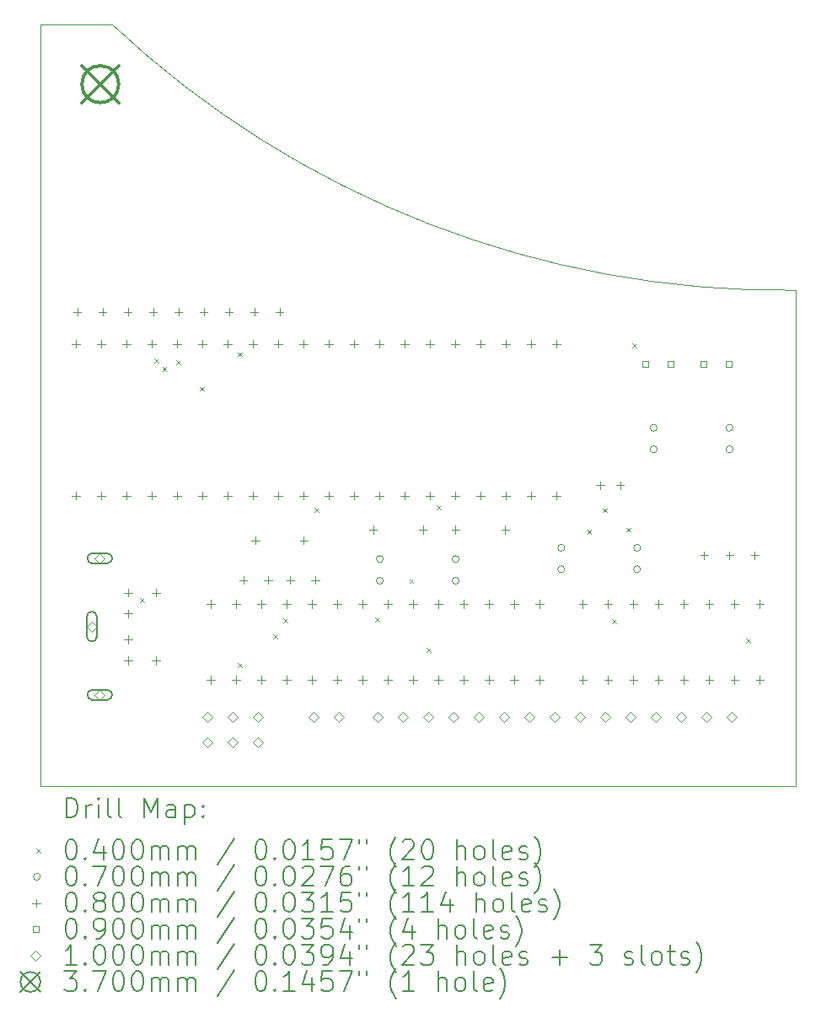
<source format=gbr>
%TF.GenerationSoftware,KiCad,Pcbnew,7.0.7*%
%TF.CreationDate,2023-11-28T10:30:48+00:00*%
%TF.ProjectId,Lynx-PS2,4c796e78-2d50-4533-922e-6b696361645f,rev?*%
%TF.SameCoordinates,Original*%
%TF.FileFunction,Drillmap*%
%TF.FilePolarity,Positive*%
%FSLAX45Y45*%
G04 Gerber Fmt 4.5, Leading zero omitted, Abs format (unit mm)*
G04 Created by KiCad (PCBNEW 7.0.7) date 2023-11-28 10:30:48*
%MOMM*%
%LPD*%
G01*
G04 APERTURE LIST*
%ADD10C,0.100000*%
%ADD11C,0.200000*%
%ADD12C,0.040000*%
%ADD13C,0.070000*%
%ADD14C,0.080000*%
%ADD15C,0.090000*%
%ADD16C,0.370000*%
G04 APERTURE END LIST*
D10*
X3510280Y-12298680D02*
X11094720Y-12298680D01*
X3510280Y-4653059D02*
X3510280Y-12298680D01*
X4226564Y-4653055D02*
G75*
G03*
X11095000Y-7321542I6745628J7189017D01*
G01*
X4226560Y-4653059D02*
X3510280Y-4653059D01*
X11094720Y-12298680D02*
X11095000Y-7321542D01*
D11*
D12*
X4507010Y-10409500D02*
X4547010Y-10449500D01*
X4547010Y-10409500D02*
X4507010Y-10449500D01*
X4648600Y-8004460D02*
X4688600Y-8044460D01*
X4688600Y-8004460D02*
X4648600Y-8044460D01*
X4730480Y-8089410D02*
X4770480Y-8129410D01*
X4770480Y-8089410D02*
X4730480Y-8129410D01*
X4871140Y-8024980D02*
X4911140Y-8064980D01*
X4911140Y-8024980D02*
X4871140Y-8064980D01*
X5108610Y-8290730D02*
X5148610Y-8330730D01*
X5148610Y-8290730D02*
X5108610Y-8330730D01*
X5486430Y-7944750D02*
X5526430Y-7984750D01*
X5526430Y-7944750D02*
X5486430Y-7984750D01*
X5488580Y-11063020D02*
X5528580Y-11103020D01*
X5528580Y-11063020D02*
X5488580Y-11103020D01*
X5847110Y-10778780D02*
X5887110Y-10818780D01*
X5887110Y-10778780D02*
X5847110Y-10818780D01*
X5945200Y-10616110D02*
X5985200Y-10656110D01*
X5985200Y-10616110D02*
X5945200Y-10656110D01*
X6260055Y-9508535D02*
X6300055Y-9548535D01*
X6300055Y-9508535D02*
X6260055Y-9548535D01*
X6866700Y-10603640D02*
X6906700Y-10643640D01*
X6906700Y-10603640D02*
X6866700Y-10643640D01*
X7212280Y-10221430D02*
X7252280Y-10261430D01*
X7252280Y-10221430D02*
X7212280Y-10261430D01*
X7386210Y-10913240D02*
X7426210Y-10953240D01*
X7426210Y-10913240D02*
X7386210Y-10953240D01*
X7488960Y-9480580D02*
X7528960Y-9520580D01*
X7528960Y-9480580D02*
X7488960Y-9520580D01*
X8998650Y-9725300D02*
X9038650Y-9765300D01*
X9038650Y-9725300D02*
X8998650Y-9765300D01*
X9157030Y-9510960D02*
X9197030Y-9550960D01*
X9197030Y-9510960D02*
X9157030Y-9550960D01*
X9246230Y-10623500D02*
X9286230Y-10663500D01*
X9286230Y-10623500D02*
X9246230Y-10663500D01*
X9389930Y-9703830D02*
X9429930Y-9743830D01*
X9429930Y-9703830D02*
X9389930Y-9743830D01*
X9450620Y-7855750D02*
X9490620Y-7895750D01*
X9490620Y-7855750D02*
X9450620Y-7895750D01*
X10593900Y-10816950D02*
X10633900Y-10856950D01*
X10633900Y-10816950D02*
X10593900Y-10856950D01*
D13*
X6949000Y-10020000D02*
G75*
G03*
X6949000Y-10020000I-35000J0D01*
G01*
X6949000Y-10237000D02*
G75*
G03*
X6949000Y-10237000I-35000J0D01*
G01*
X7711000Y-10020000D02*
G75*
G03*
X7711000Y-10020000I-35000J0D01*
G01*
X7711000Y-10237000D02*
G75*
G03*
X7711000Y-10237000I-35000J0D01*
G01*
X8772400Y-9906400D02*
G75*
G03*
X8772400Y-9906400I-35000J0D01*
G01*
X8772400Y-10121400D02*
G75*
G03*
X8772400Y-10121400I-35000J0D01*
G01*
X9534400Y-9906400D02*
G75*
G03*
X9534400Y-9906400I-35000J0D01*
G01*
X9534400Y-10121400D02*
G75*
G03*
X9534400Y-10121400I-35000J0D01*
G01*
X9700000Y-8702000D02*
G75*
G03*
X9700000Y-8702000I-35000J0D01*
G01*
X9700000Y-8918000D02*
G75*
G03*
X9700000Y-8918000I-35000J0D01*
G01*
X10462000Y-8702000D02*
G75*
G03*
X10462000Y-8702000I-35000J0D01*
G01*
X10462000Y-8918000D02*
G75*
G03*
X10462000Y-8918000I-35000J0D01*
G01*
D14*
X3861000Y-7819000D02*
X3861000Y-7899000D01*
X3821000Y-7859000D02*
X3901000Y-7859000D01*
X3861000Y-9343000D02*
X3861000Y-9423000D01*
X3821000Y-9383000D02*
X3901000Y-9383000D01*
X3876000Y-7497000D02*
X3876000Y-7577000D01*
X3836000Y-7537000D02*
X3916000Y-7537000D01*
X4115000Y-7819000D02*
X4115000Y-7899000D01*
X4075000Y-7859000D02*
X4155000Y-7859000D01*
X4115000Y-9343000D02*
X4115000Y-9423000D01*
X4075000Y-9383000D02*
X4155000Y-9383000D01*
X4130000Y-7497000D02*
X4130000Y-7577000D01*
X4090000Y-7537000D02*
X4170000Y-7537000D01*
X4369000Y-7819000D02*
X4369000Y-7899000D01*
X4329000Y-7859000D02*
X4409000Y-7859000D01*
X4369000Y-9343000D02*
X4369000Y-9423000D01*
X4329000Y-9383000D02*
X4409000Y-9383000D01*
X4384000Y-7497000D02*
X4384000Y-7577000D01*
X4344000Y-7537000D02*
X4424000Y-7537000D01*
X4387000Y-10317000D02*
X4387000Y-10397000D01*
X4347000Y-10357000D02*
X4427000Y-10357000D01*
X4387000Y-10527000D02*
X4387000Y-10607000D01*
X4347000Y-10567000D02*
X4427000Y-10567000D01*
X4387000Y-10787000D02*
X4387000Y-10867000D01*
X4347000Y-10827000D02*
X4427000Y-10827000D01*
X4387000Y-10997000D02*
X4387000Y-11077000D01*
X4347000Y-11037000D02*
X4427000Y-11037000D01*
X4623000Y-7819000D02*
X4623000Y-7899000D01*
X4583000Y-7859000D02*
X4663000Y-7859000D01*
X4623000Y-9343000D02*
X4623000Y-9423000D01*
X4583000Y-9383000D02*
X4663000Y-9383000D01*
X4638000Y-7497000D02*
X4638000Y-7577000D01*
X4598000Y-7537000D02*
X4678000Y-7537000D01*
X4667000Y-10317000D02*
X4667000Y-10397000D01*
X4627000Y-10357000D02*
X4707000Y-10357000D01*
X4667000Y-10997000D02*
X4667000Y-11077000D01*
X4627000Y-11037000D02*
X4707000Y-11037000D01*
X4877000Y-7819000D02*
X4877000Y-7899000D01*
X4837000Y-7859000D02*
X4917000Y-7859000D01*
X4877000Y-9343000D02*
X4877000Y-9423000D01*
X4837000Y-9383000D02*
X4917000Y-9383000D01*
X4892000Y-7497000D02*
X4892000Y-7577000D01*
X4852000Y-7537000D02*
X4932000Y-7537000D01*
X5131000Y-7819000D02*
X5131000Y-7899000D01*
X5091000Y-7859000D02*
X5171000Y-7859000D01*
X5131000Y-9343000D02*
X5131000Y-9423000D01*
X5091000Y-9383000D02*
X5171000Y-9383000D01*
X5146000Y-7497000D02*
X5146000Y-7577000D01*
X5106000Y-7537000D02*
X5186000Y-7537000D01*
X5217000Y-10430000D02*
X5217000Y-10510000D01*
X5177000Y-10470000D02*
X5257000Y-10470000D01*
X5217000Y-11192000D02*
X5217000Y-11272000D01*
X5177000Y-11232000D02*
X5257000Y-11232000D01*
X5385000Y-7819000D02*
X5385000Y-7899000D01*
X5345000Y-7859000D02*
X5425000Y-7859000D01*
X5385000Y-9343000D02*
X5385000Y-9423000D01*
X5345000Y-9383000D02*
X5425000Y-9383000D01*
X5400000Y-7497000D02*
X5400000Y-7577000D01*
X5360000Y-7537000D02*
X5440000Y-7537000D01*
X5471000Y-10430000D02*
X5471000Y-10510000D01*
X5431000Y-10470000D02*
X5511000Y-10470000D01*
X5471000Y-11192000D02*
X5471000Y-11272000D01*
X5431000Y-11232000D02*
X5511000Y-11232000D01*
X5544000Y-10190000D02*
X5544000Y-10270000D01*
X5504000Y-10230000D02*
X5584000Y-10230000D01*
X5639000Y-7819000D02*
X5639000Y-7899000D01*
X5599000Y-7859000D02*
X5679000Y-7859000D01*
X5639000Y-9343000D02*
X5639000Y-9423000D01*
X5599000Y-9383000D02*
X5679000Y-9383000D01*
X5654000Y-7497000D02*
X5654000Y-7577000D01*
X5614000Y-7537000D02*
X5694000Y-7537000D01*
X5664000Y-9792000D02*
X5664000Y-9872000D01*
X5624000Y-9832000D02*
X5704000Y-9832000D01*
X5725000Y-10430000D02*
X5725000Y-10510000D01*
X5685000Y-10470000D02*
X5765000Y-10470000D01*
X5725000Y-11192000D02*
X5725000Y-11272000D01*
X5685000Y-11232000D02*
X5765000Y-11232000D01*
X5794000Y-10190000D02*
X5794000Y-10270000D01*
X5754000Y-10230000D02*
X5834000Y-10230000D01*
X5893000Y-7819000D02*
X5893000Y-7899000D01*
X5853000Y-7859000D02*
X5933000Y-7859000D01*
X5893000Y-9343000D02*
X5893000Y-9423000D01*
X5853000Y-9383000D02*
X5933000Y-9383000D01*
X5908000Y-7497000D02*
X5908000Y-7577000D01*
X5868000Y-7537000D02*
X5948000Y-7537000D01*
X5979000Y-10430000D02*
X5979000Y-10510000D01*
X5939000Y-10470000D02*
X6019000Y-10470000D01*
X5979000Y-11192000D02*
X5979000Y-11272000D01*
X5939000Y-11232000D02*
X6019000Y-11232000D01*
X6016000Y-10190000D02*
X6016000Y-10270000D01*
X5976000Y-10230000D02*
X6056000Y-10230000D01*
X6147000Y-7819000D02*
X6147000Y-7899000D01*
X6107000Y-7859000D02*
X6187000Y-7859000D01*
X6147000Y-9343000D02*
X6147000Y-9423000D01*
X6107000Y-9383000D02*
X6187000Y-9383000D01*
X6152000Y-9792000D02*
X6152000Y-9872000D01*
X6112000Y-9832000D02*
X6192000Y-9832000D01*
X6233000Y-10430000D02*
X6233000Y-10510000D01*
X6193000Y-10470000D02*
X6273000Y-10470000D01*
X6233000Y-11192000D02*
X6233000Y-11272000D01*
X6193000Y-11232000D02*
X6273000Y-11232000D01*
X6266000Y-10190000D02*
X6266000Y-10270000D01*
X6226000Y-10230000D02*
X6306000Y-10230000D01*
X6401000Y-7819000D02*
X6401000Y-7899000D01*
X6361000Y-7859000D02*
X6441000Y-7859000D01*
X6401000Y-9343000D02*
X6401000Y-9423000D01*
X6361000Y-9383000D02*
X6441000Y-9383000D01*
X6487000Y-10430000D02*
X6487000Y-10510000D01*
X6447000Y-10470000D02*
X6527000Y-10470000D01*
X6487000Y-11192000D02*
X6487000Y-11272000D01*
X6447000Y-11232000D02*
X6527000Y-11232000D01*
X6655000Y-7819000D02*
X6655000Y-7899000D01*
X6615000Y-7859000D02*
X6695000Y-7859000D01*
X6655000Y-9343000D02*
X6655000Y-9423000D01*
X6615000Y-9383000D02*
X6695000Y-9383000D01*
X6741000Y-10430000D02*
X6741000Y-10510000D01*
X6701000Y-10470000D02*
X6781000Y-10470000D01*
X6741000Y-11192000D02*
X6741000Y-11272000D01*
X6701000Y-11232000D02*
X6781000Y-11232000D01*
X6847000Y-9683000D02*
X6847000Y-9763000D01*
X6807000Y-9723000D02*
X6887000Y-9723000D01*
X6909000Y-7819000D02*
X6909000Y-7899000D01*
X6869000Y-7859000D02*
X6949000Y-7859000D01*
X6909000Y-9343000D02*
X6909000Y-9423000D01*
X6869000Y-9383000D02*
X6949000Y-9383000D01*
X6995000Y-10430000D02*
X6995000Y-10510000D01*
X6955000Y-10470000D02*
X7035000Y-10470000D01*
X6995000Y-11192000D02*
X6995000Y-11272000D01*
X6955000Y-11232000D02*
X7035000Y-11232000D01*
X7163000Y-7819000D02*
X7163000Y-7899000D01*
X7123000Y-7859000D02*
X7203000Y-7859000D01*
X7163000Y-9343000D02*
X7163000Y-9423000D01*
X7123000Y-9383000D02*
X7203000Y-9383000D01*
X7249000Y-10430000D02*
X7249000Y-10510000D01*
X7209000Y-10470000D02*
X7289000Y-10470000D01*
X7249000Y-11192000D02*
X7249000Y-11272000D01*
X7209000Y-11232000D02*
X7289000Y-11232000D01*
X7347000Y-9683000D02*
X7347000Y-9763000D01*
X7307000Y-9723000D02*
X7387000Y-9723000D01*
X7417000Y-7819000D02*
X7417000Y-7899000D01*
X7377000Y-7859000D02*
X7457000Y-7859000D01*
X7417000Y-9343000D02*
X7417000Y-9423000D01*
X7377000Y-9383000D02*
X7457000Y-9383000D01*
X7503000Y-10430000D02*
X7503000Y-10510000D01*
X7463000Y-10470000D02*
X7543000Y-10470000D01*
X7503000Y-11192000D02*
X7503000Y-11272000D01*
X7463000Y-11232000D02*
X7543000Y-11232000D01*
X7671000Y-7819000D02*
X7671000Y-7899000D01*
X7631000Y-7859000D02*
X7711000Y-7859000D01*
X7671000Y-9343000D02*
X7671000Y-9423000D01*
X7631000Y-9383000D02*
X7711000Y-9383000D01*
X7675000Y-9685000D02*
X7675000Y-9765000D01*
X7635000Y-9725000D02*
X7715000Y-9725000D01*
X7757000Y-10430000D02*
X7757000Y-10510000D01*
X7717000Y-10470000D02*
X7797000Y-10470000D01*
X7757000Y-11192000D02*
X7757000Y-11272000D01*
X7717000Y-11232000D02*
X7797000Y-11232000D01*
X7925000Y-7819000D02*
X7925000Y-7899000D01*
X7885000Y-7859000D02*
X7965000Y-7859000D01*
X7925000Y-9343000D02*
X7925000Y-9423000D01*
X7885000Y-9383000D02*
X7965000Y-9383000D01*
X8011000Y-10430000D02*
X8011000Y-10510000D01*
X7971000Y-10470000D02*
X8051000Y-10470000D01*
X8011000Y-11192000D02*
X8011000Y-11272000D01*
X7971000Y-11232000D02*
X8051000Y-11232000D01*
X8175000Y-9685000D02*
X8175000Y-9765000D01*
X8135000Y-9725000D02*
X8215000Y-9725000D01*
X8179000Y-7819000D02*
X8179000Y-7899000D01*
X8139000Y-7859000D02*
X8219000Y-7859000D01*
X8179000Y-9343000D02*
X8179000Y-9423000D01*
X8139000Y-9383000D02*
X8219000Y-9383000D01*
X8265000Y-10430000D02*
X8265000Y-10510000D01*
X8225000Y-10470000D02*
X8305000Y-10470000D01*
X8265000Y-11192000D02*
X8265000Y-11272000D01*
X8225000Y-11232000D02*
X8305000Y-11232000D01*
X8433000Y-7819000D02*
X8433000Y-7899000D01*
X8393000Y-7859000D02*
X8473000Y-7859000D01*
X8433000Y-9343000D02*
X8433000Y-9423000D01*
X8393000Y-9383000D02*
X8473000Y-9383000D01*
X8519000Y-10430000D02*
X8519000Y-10510000D01*
X8479000Y-10470000D02*
X8559000Y-10470000D01*
X8519000Y-11192000D02*
X8519000Y-11272000D01*
X8479000Y-11232000D02*
X8559000Y-11232000D01*
X8687000Y-7819000D02*
X8687000Y-7899000D01*
X8647000Y-7859000D02*
X8727000Y-7859000D01*
X8687000Y-9343000D02*
X8687000Y-9423000D01*
X8647000Y-9383000D02*
X8727000Y-9383000D01*
X8952500Y-10430000D02*
X8952500Y-10510000D01*
X8912500Y-10470000D02*
X8992500Y-10470000D01*
X8952500Y-11192000D02*
X8952500Y-11272000D01*
X8912500Y-11232000D02*
X8992500Y-11232000D01*
X9129000Y-9240000D02*
X9129000Y-9320000D01*
X9089000Y-9280000D02*
X9169000Y-9280000D01*
X9206500Y-10430000D02*
X9206500Y-10510000D01*
X9166500Y-10470000D02*
X9246500Y-10470000D01*
X9206500Y-11192000D02*
X9206500Y-11272000D01*
X9166500Y-11232000D02*
X9246500Y-11232000D01*
X9329000Y-9240000D02*
X9329000Y-9320000D01*
X9289000Y-9280000D02*
X9369000Y-9280000D01*
X9460500Y-10430000D02*
X9460500Y-10510000D01*
X9420500Y-10470000D02*
X9500500Y-10470000D01*
X9460500Y-11192000D02*
X9460500Y-11272000D01*
X9420500Y-11232000D02*
X9500500Y-11232000D01*
X9714500Y-10430000D02*
X9714500Y-10510000D01*
X9674500Y-10470000D02*
X9754500Y-10470000D01*
X9714500Y-11192000D02*
X9714500Y-11272000D01*
X9674500Y-11232000D02*
X9754500Y-11232000D01*
X9968500Y-10430000D02*
X9968500Y-10510000D01*
X9928500Y-10470000D02*
X10008500Y-10470000D01*
X9968500Y-11192000D02*
X9968500Y-11272000D01*
X9928500Y-11232000D02*
X10008500Y-11232000D01*
X10172700Y-9942200D02*
X10172700Y-10022200D01*
X10132700Y-9982200D02*
X10212700Y-9982200D01*
X10222500Y-10430000D02*
X10222500Y-10510000D01*
X10182500Y-10470000D02*
X10262500Y-10470000D01*
X10222500Y-11192000D02*
X10222500Y-11272000D01*
X10182500Y-11232000D02*
X10262500Y-11232000D01*
X10426700Y-9942200D02*
X10426700Y-10022200D01*
X10386700Y-9982200D02*
X10466700Y-9982200D01*
X10476500Y-10430000D02*
X10476500Y-10510000D01*
X10436500Y-10470000D02*
X10516500Y-10470000D01*
X10476500Y-11192000D02*
X10476500Y-11272000D01*
X10436500Y-11232000D02*
X10516500Y-11232000D01*
X10680700Y-9942200D02*
X10680700Y-10022200D01*
X10640700Y-9982200D02*
X10720700Y-9982200D01*
X10730500Y-10430000D02*
X10730500Y-10510000D01*
X10690500Y-10470000D02*
X10770500Y-10470000D01*
X10730500Y-11192000D02*
X10730500Y-11272000D01*
X10690500Y-11232000D02*
X10770500Y-11232000D01*
D15*
X9613320Y-8094820D02*
X9613320Y-8031180D01*
X9549680Y-8031180D01*
X9549680Y-8094820D01*
X9613320Y-8094820D01*
X9867320Y-8094820D02*
X9867320Y-8031180D01*
X9803680Y-8031180D01*
X9803680Y-8094820D01*
X9867320Y-8094820D01*
X10195820Y-8094820D02*
X10195820Y-8031180D01*
X10132180Y-8031180D01*
X10132180Y-8094820D01*
X10195820Y-8094820D01*
X10449820Y-8094820D02*
X10449820Y-8031180D01*
X10386180Y-8031180D01*
X10386180Y-8094820D01*
X10449820Y-8094820D01*
D10*
X4022000Y-10747000D02*
X4072000Y-10697000D01*
X4022000Y-10647000D01*
X3972000Y-10697000D01*
X4022000Y-10747000D01*
D11*
X4072000Y-10797000D02*
X4072000Y-10597000D01*
X4072000Y-10597000D02*
G75*
G03*
X3972000Y-10597000I-50000J0D01*
G01*
X3972000Y-10597000D02*
X3972000Y-10797000D01*
X3972000Y-10797000D02*
G75*
G03*
X4072000Y-10797000I50000J0D01*
G01*
D10*
X4102000Y-10062000D02*
X4152000Y-10012000D01*
X4102000Y-9962000D01*
X4052000Y-10012000D01*
X4102000Y-10062000D01*
D11*
X4027000Y-10062000D02*
X4177000Y-10062000D01*
X4177000Y-10062000D02*
G75*
G03*
X4177000Y-9962000I0J50000D01*
G01*
X4177000Y-9962000D02*
X4027000Y-9962000D01*
X4027000Y-9962000D02*
G75*
G03*
X4027000Y-10062000I0J-50000D01*
G01*
D10*
X4102000Y-11432000D02*
X4152000Y-11382000D01*
X4102000Y-11332000D01*
X4052000Y-11382000D01*
X4102000Y-11432000D01*
D11*
X4027000Y-11432000D02*
X4177000Y-11432000D01*
X4177000Y-11432000D02*
G75*
G03*
X4177000Y-11332000I0J50000D01*
G01*
X4177000Y-11332000D02*
X4027000Y-11332000D01*
X4027000Y-11332000D02*
G75*
G03*
X4027000Y-11432000I0J-50000D01*
G01*
D10*
X5182000Y-11656000D02*
X5232000Y-11606000D01*
X5182000Y-11556000D01*
X5132000Y-11606000D01*
X5182000Y-11656000D01*
X5182000Y-11910000D02*
X5232000Y-11860000D01*
X5182000Y-11810000D01*
X5132000Y-11860000D01*
X5182000Y-11910000D01*
X5436000Y-11656000D02*
X5486000Y-11606000D01*
X5436000Y-11556000D01*
X5386000Y-11606000D01*
X5436000Y-11656000D01*
X5436000Y-11910000D02*
X5486000Y-11860000D01*
X5436000Y-11810000D01*
X5386000Y-11860000D01*
X5436000Y-11910000D01*
X5690000Y-11656000D02*
X5740000Y-11606000D01*
X5690000Y-11556000D01*
X5640000Y-11606000D01*
X5690000Y-11656000D01*
X5690000Y-11910000D02*
X5740000Y-11860000D01*
X5690000Y-11810000D01*
X5640000Y-11860000D01*
X5690000Y-11910000D01*
X6251500Y-11655000D02*
X6301500Y-11605000D01*
X6251500Y-11555000D01*
X6201500Y-11605000D01*
X6251500Y-11655000D01*
X6505500Y-11655000D02*
X6555500Y-11605000D01*
X6505500Y-11555000D01*
X6455500Y-11605000D01*
X6505500Y-11655000D01*
X6896100Y-11655000D02*
X6946100Y-11605000D01*
X6896100Y-11555000D01*
X6846100Y-11605000D01*
X6896100Y-11655000D01*
X7150100Y-11655000D02*
X7200100Y-11605000D01*
X7150100Y-11555000D01*
X7100100Y-11605000D01*
X7150100Y-11655000D01*
X7404100Y-11655000D02*
X7454100Y-11605000D01*
X7404100Y-11555000D01*
X7354100Y-11605000D01*
X7404100Y-11655000D01*
X7658100Y-11655000D02*
X7708100Y-11605000D01*
X7658100Y-11555000D01*
X7608100Y-11605000D01*
X7658100Y-11655000D01*
X7912100Y-11655000D02*
X7962100Y-11605000D01*
X7912100Y-11555000D01*
X7862100Y-11605000D01*
X7912100Y-11655000D01*
X8166100Y-11655000D02*
X8216100Y-11605000D01*
X8166100Y-11555000D01*
X8116100Y-11605000D01*
X8166100Y-11655000D01*
X8420100Y-11655000D02*
X8470100Y-11605000D01*
X8420100Y-11555000D01*
X8370100Y-11605000D01*
X8420100Y-11655000D01*
X8674100Y-11655000D02*
X8724100Y-11605000D01*
X8674100Y-11555000D01*
X8624100Y-11605000D01*
X8674100Y-11655000D01*
X8928100Y-11655000D02*
X8978100Y-11605000D01*
X8928100Y-11555000D01*
X8878100Y-11605000D01*
X8928100Y-11655000D01*
X9182100Y-11655000D02*
X9232100Y-11605000D01*
X9182100Y-11555000D01*
X9132100Y-11605000D01*
X9182100Y-11655000D01*
X9436100Y-11655000D02*
X9486100Y-11605000D01*
X9436100Y-11555000D01*
X9386100Y-11605000D01*
X9436100Y-11655000D01*
X9690100Y-11655000D02*
X9740100Y-11605000D01*
X9690100Y-11555000D01*
X9640100Y-11605000D01*
X9690100Y-11655000D01*
X9944100Y-11655000D02*
X9994100Y-11605000D01*
X9944100Y-11555000D01*
X9894100Y-11605000D01*
X9944100Y-11655000D01*
X10198100Y-11655000D02*
X10248100Y-11605000D01*
X10198100Y-11555000D01*
X10148100Y-11605000D01*
X10198100Y-11655000D01*
X10452100Y-11655000D02*
X10502100Y-11605000D01*
X10452100Y-11555000D01*
X10402100Y-11605000D01*
X10452100Y-11655000D01*
D16*
X3922500Y-5067500D02*
X4292500Y-5437500D01*
X4292500Y-5067500D02*
X3922500Y-5437500D01*
X4292500Y-5252500D02*
G75*
G03*
X4292500Y-5252500I-185000J0D01*
G01*
D11*
X3766057Y-12615164D02*
X3766057Y-12415164D01*
X3766057Y-12415164D02*
X3813676Y-12415164D01*
X3813676Y-12415164D02*
X3842247Y-12424688D01*
X3842247Y-12424688D02*
X3861295Y-12443735D01*
X3861295Y-12443735D02*
X3870819Y-12462783D01*
X3870819Y-12462783D02*
X3880342Y-12500878D01*
X3880342Y-12500878D02*
X3880342Y-12529449D01*
X3880342Y-12529449D02*
X3870819Y-12567545D01*
X3870819Y-12567545D02*
X3861295Y-12586592D01*
X3861295Y-12586592D02*
X3842247Y-12605640D01*
X3842247Y-12605640D02*
X3813676Y-12615164D01*
X3813676Y-12615164D02*
X3766057Y-12615164D01*
X3966057Y-12615164D02*
X3966057Y-12481830D01*
X3966057Y-12519926D02*
X3975581Y-12500878D01*
X3975581Y-12500878D02*
X3985104Y-12491354D01*
X3985104Y-12491354D02*
X4004152Y-12481830D01*
X4004152Y-12481830D02*
X4023200Y-12481830D01*
X4089866Y-12615164D02*
X4089866Y-12481830D01*
X4089866Y-12415164D02*
X4080342Y-12424688D01*
X4080342Y-12424688D02*
X4089866Y-12434211D01*
X4089866Y-12434211D02*
X4099390Y-12424688D01*
X4099390Y-12424688D02*
X4089866Y-12415164D01*
X4089866Y-12415164D02*
X4089866Y-12434211D01*
X4213676Y-12615164D02*
X4194628Y-12605640D01*
X4194628Y-12605640D02*
X4185104Y-12586592D01*
X4185104Y-12586592D02*
X4185104Y-12415164D01*
X4318438Y-12615164D02*
X4299390Y-12605640D01*
X4299390Y-12605640D02*
X4289866Y-12586592D01*
X4289866Y-12586592D02*
X4289866Y-12415164D01*
X4547009Y-12615164D02*
X4547009Y-12415164D01*
X4547009Y-12415164D02*
X4613676Y-12558021D01*
X4613676Y-12558021D02*
X4680343Y-12415164D01*
X4680343Y-12415164D02*
X4680343Y-12615164D01*
X4861295Y-12615164D02*
X4861295Y-12510402D01*
X4861295Y-12510402D02*
X4851771Y-12491354D01*
X4851771Y-12491354D02*
X4832724Y-12481830D01*
X4832724Y-12481830D02*
X4794628Y-12481830D01*
X4794628Y-12481830D02*
X4775581Y-12491354D01*
X4861295Y-12605640D02*
X4842247Y-12615164D01*
X4842247Y-12615164D02*
X4794628Y-12615164D01*
X4794628Y-12615164D02*
X4775581Y-12605640D01*
X4775581Y-12605640D02*
X4766057Y-12586592D01*
X4766057Y-12586592D02*
X4766057Y-12567545D01*
X4766057Y-12567545D02*
X4775581Y-12548497D01*
X4775581Y-12548497D02*
X4794628Y-12538973D01*
X4794628Y-12538973D02*
X4842247Y-12538973D01*
X4842247Y-12538973D02*
X4861295Y-12529449D01*
X4956533Y-12481830D02*
X4956533Y-12681830D01*
X4956533Y-12491354D02*
X4975581Y-12481830D01*
X4975581Y-12481830D02*
X5013676Y-12481830D01*
X5013676Y-12481830D02*
X5032724Y-12491354D01*
X5032724Y-12491354D02*
X5042247Y-12500878D01*
X5042247Y-12500878D02*
X5051771Y-12519926D01*
X5051771Y-12519926D02*
X5051771Y-12577068D01*
X5051771Y-12577068D02*
X5042247Y-12596116D01*
X5042247Y-12596116D02*
X5032724Y-12605640D01*
X5032724Y-12605640D02*
X5013676Y-12615164D01*
X5013676Y-12615164D02*
X4975581Y-12615164D01*
X4975581Y-12615164D02*
X4956533Y-12605640D01*
X5137485Y-12596116D02*
X5147009Y-12605640D01*
X5147009Y-12605640D02*
X5137485Y-12615164D01*
X5137485Y-12615164D02*
X5127962Y-12605640D01*
X5127962Y-12605640D02*
X5137485Y-12596116D01*
X5137485Y-12596116D02*
X5137485Y-12615164D01*
X5137485Y-12491354D02*
X5147009Y-12500878D01*
X5147009Y-12500878D02*
X5137485Y-12510402D01*
X5137485Y-12510402D02*
X5127962Y-12500878D01*
X5127962Y-12500878D02*
X5137485Y-12491354D01*
X5137485Y-12491354D02*
X5137485Y-12510402D01*
D12*
X3465280Y-12923680D02*
X3505280Y-12963680D01*
X3505280Y-12923680D02*
X3465280Y-12963680D01*
D11*
X3804152Y-12835164D02*
X3823200Y-12835164D01*
X3823200Y-12835164D02*
X3842247Y-12844688D01*
X3842247Y-12844688D02*
X3851771Y-12854211D01*
X3851771Y-12854211D02*
X3861295Y-12873259D01*
X3861295Y-12873259D02*
X3870819Y-12911354D01*
X3870819Y-12911354D02*
X3870819Y-12958973D01*
X3870819Y-12958973D02*
X3861295Y-12997068D01*
X3861295Y-12997068D02*
X3851771Y-13016116D01*
X3851771Y-13016116D02*
X3842247Y-13025640D01*
X3842247Y-13025640D02*
X3823200Y-13035164D01*
X3823200Y-13035164D02*
X3804152Y-13035164D01*
X3804152Y-13035164D02*
X3785104Y-13025640D01*
X3785104Y-13025640D02*
X3775581Y-13016116D01*
X3775581Y-13016116D02*
X3766057Y-12997068D01*
X3766057Y-12997068D02*
X3756533Y-12958973D01*
X3756533Y-12958973D02*
X3756533Y-12911354D01*
X3756533Y-12911354D02*
X3766057Y-12873259D01*
X3766057Y-12873259D02*
X3775581Y-12854211D01*
X3775581Y-12854211D02*
X3785104Y-12844688D01*
X3785104Y-12844688D02*
X3804152Y-12835164D01*
X3956533Y-13016116D02*
X3966057Y-13025640D01*
X3966057Y-13025640D02*
X3956533Y-13035164D01*
X3956533Y-13035164D02*
X3947009Y-13025640D01*
X3947009Y-13025640D02*
X3956533Y-13016116D01*
X3956533Y-13016116D02*
X3956533Y-13035164D01*
X4137485Y-12901830D02*
X4137485Y-13035164D01*
X4089866Y-12825640D02*
X4042247Y-12968497D01*
X4042247Y-12968497D02*
X4166057Y-12968497D01*
X4280343Y-12835164D02*
X4299390Y-12835164D01*
X4299390Y-12835164D02*
X4318438Y-12844688D01*
X4318438Y-12844688D02*
X4327962Y-12854211D01*
X4327962Y-12854211D02*
X4337485Y-12873259D01*
X4337485Y-12873259D02*
X4347009Y-12911354D01*
X4347009Y-12911354D02*
X4347009Y-12958973D01*
X4347009Y-12958973D02*
X4337485Y-12997068D01*
X4337485Y-12997068D02*
X4327962Y-13016116D01*
X4327962Y-13016116D02*
X4318438Y-13025640D01*
X4318438Y-13025640D02*
X4299390Y-13035164D01*
X4299390Y-13035164D02*
X4280343Y-13035164D01*
X4280343Y-13035164D02*
X4261295Y-13025640D01*
X4261295Y-13025640D02*
X4251771Y-13016116D01*
X4251771Y-13016116D02*
X4242247Y-12997068D01*
X4242247Y-12997068D02*
X4232724Y-12958973D01*
X4232724Y-12958973D02*
X4232724Y-12911354D01*
X4232724Y-12911354D02*
X4242247Y-12873259D01*
X4242247Y-12873259D02*
X4251771Y-12854211D01*
X4251771Y-12854211D02*
X4261295Y-12844688D01*
X4261295Y-12844688D02*
X4280343Y-12835164D01*
X4470819Y-12835164D02*
X4489866Y-12835164D01*
X4489866Y-12835164D02*
X4508914Y-12844688D01*
X4508914Y-12844688D02*
X4518438Y-12854211D01*
X4518438Y-12854211D02*
X4527962Y-12873259D01*
X4527962Y-12873259D02*
X4537485Y-12911354D01*
X4537485Y-12911354D02*
X4537485Y-12958973D01*
X4537485Y-12958973D02*
X4527962Y-12997068D01*
X4527962Y-12997068D02*
X4518438Y-13016116D01*
X4518438Y-13016116D02*
X4508914Y-13025640D01*
X4508914Y-13025640D02*
X4489866Y-13035164D01*
X4489866Y-13035164D02*
X4470819Y-13035164D01*
X4470819Y-13035164D02*
X4451771Y-13025640D01*
X4451771Y-13025640D02*
X4442247Y-13016116D01*
X4442247Y-13016116D02*
X4432724Y-12997068D01*
X4432724Y-12997068D02*
X4423200Y-12958973D01*
X4423200Y-12958973D02*
X4423200Y-12911354D01*
X4423200Y-12911354D02*
X4432724Y-12873259D01*
X4432724Y-12873259D02*
X4442247Y-12854211D01*
X4442247Y-12854211D02*
X4451771Y-12844688D01*
X4451771Y-12844688D02*
X4470819Y-12835164D01*
X4623200Y-13035164D02*
X4623200Y-12901830D01*
X4623200Y-12920878D02*
X4632724Y-12911354D01*
X4632724Y-12911354D02*
X4651771Y-12901830D01*
X4651771Y-12901830D02*
X4680343Y-12901830D01*
X4680343Y-12901830D02*
X4699390Y-12911354D01*
X4699390Y-12911354D02*
X4708914Y-12930402D01*
X4708914Y-12930402D02*
X4708914Y-13035164D01*
X4708914Y-12930402D02*
X4718438Y-12911354D01*
X4718438Y-12911354D02*
X4737485Y-12901830D01*
X4737485Y-12901830D02*
X4766057Y-12901830D01*
X4766057Y-12901830D02*
X4785105Y-12911354D01*
X4785105Y-12911354D02*
X4794628Y-12930402D01*
X4794628Y-12930402D02*
X4794628Y-13035164D01*
X4889866Y-13035164D02*
X4889866Y-12901830D01*
X4889866Y-12920878D02*
X4899390Y-12911354D01*
X4899390Y-12911354D02*
X4918438Y-12901830D01*
X4918438Y-12901830D02*
X4947009Y-12901830D01*
X4947009Y-12901830D02*
X4966057Y-12911354D01*
X4966057Y-12911354D02*
X4975581Y-12930402D01*
X4975581Y-12930402D02*
X4975581Y-13035164D01*
X4975581Y-12930402D02*
X4985105Y-12911354D01*
X4985105Y-12911354D02*
X5004152Y-12901830D01*
X5004152Y-12901830D02*
X5032724Y-12901830D01*
X5032724Y-12901830D02*
X5051771Y-12911354D01*
X5051771Y-12911354D02*
X5061295Y-12930402D01*
X5061295Y-12930402D02*
X5061295Y-13035164D01*
X5451771Y-12825640D02*
X5280343Y-13082783D01*
X5708914Y-12835164D02*
X5727962Y-12835164D01*
X5727962Y-12835164D02*
X5747009Y-12844688D01*
X5747009Y-12844688D02*
X5756533Y-12854211D01*
X5756533Y-12854211D02*
X5766057Y-12873259D01*
X5766057Y-12873259D02*
X5775581Y-12911354D01*
X5775581Y-12911354D02*
X5775581Y-12958973D01*
X5775581Y-12958973D02*
X5766057Y-12997068D01*
X5766057Y-12997068D02*
X5756533Y-13016116D01*
X5756533Y-13016116D02*
X5747009Y-13025640D01*
X5747009Y-13025640D02*
X5727962Y-13035164D01*
X5727962Y-13035164D02*
X5708914Y-13035164D01*
X5708914Y-13035164D02*
X5689866Y-13025640D01*
X5689866Y-13025640D02*
X5680343Y-13016116D01*
X5680343Y-13016116D02*
X5670819Y-12997068D01*
X5670819Y-12997068D02*
X5661295Y-12958973D01*
X5661295Y-12958973D02*
X5661295Y-12911354D01*
X5661295Y-12911354D02*
X5670819Y-12873259D01*
X5670819Y-12873259D02*
X5680343Y-12854211D01*
X5680343Y-12854211D02*
X5689866Y-12844688D01*
X5689866Y-12844688D02*
X5708914Y-12835164D01*
X5861295Y-13016116D02*
X5870819Y-13025640D01*
X5870819Y-13025640D02*
X5861295Y-13035164D01*
X5861295Y-13035164D02*
X5851771Y-13025640D01*
X5851771Y-13025640D02*
X5861295Y-13016116D01*
X5861295Y-13016116D02*
X5861295Y-13035164D01*
X5994628Y-12835164D02*
X6013676Y-12835164D01*
X6013676Y-12835164D02*
X6032724Y-12844688D01*
X6032724Y-12844688D02*
X6042247Y-12854211D01*
X6042247Y-12854211D02*
X6051771Y-12873259D01*
X6051771Y-12873259D02*
X6061295Y-12911354D01*
X6061295Y-12911354D02*
X6061295Y-12958973D01*
X6061295Y-12958973D02*
X6051771Y-12997068D01*
X6051771Y-12997068D02*
X6042247Y-13016116D01*
X6042247Y-13016116D02*
X6032724Y-13025640D01*
X6032724Y-13025640D02*
X6013676Y-13035164D01*
X6013676Y-13035164D02*
X5994628Y-13035164D01*
X5994628Y-13035164D02*
X5975581Y-13025640D01*
X5975581Y-13025640D02*
X5966057Y-13016116D01*
X5966057Y-13016116D02*
X5956533Y-12997068D01*
X5956533Y-12997068D02*
X5947009Y-12958973D01*
X5947009Y-12958973D02*
X5947009Y-12911354D01*
X5947009Y-12911354D02*
X5956533Y-12873259D01*
X5956533Y-12873259D02*
X5966057Y-12854211D01*
X5966057Y-12854211D02*
X5975581Y-12844688D01*
X5975581Y-12844688D02*
X5994628Y-12835164D01*
X6251771Y-13035164D02*
X6137486Y-13035164D01*
X6194628Y-13035164D02*
X6194628Y-12835164D01*
X6194628Y-12835164D02*
X6175581Y-12863735D01*
X6175581Y-12863735D02*
X6156533Y-12882783D01*
X6156533Y-12882783D02*
X6137486Y-12892307D01*
X6432724Y-12835164D02*
X6337486Y-12835164D01*
X6337486Y-12835164D02*
X6327962Y-12930402D01*
X6327962Y-12930402D02*
X6337486Y-12920878D01*
X6337486Y-12920878D02*
X6356533Y-12911354D01*
X6356533Y-12911354D02*
X6404152Y-12911354D01*
X6404152Y-12911354D02*
X6423200Y-12920878D01*
X6423200Y-12920878D02*
X6432724Y-12930402D01*
X6432724Y-12930402D02*
X6442247Y-12949449D01*
X6442247Y-12949449D02*
X6442247Y-12997068D01*
X6442247Y-12997068D02*
X6432724Y-13016116D01*
X6432724Y-13016116D02*
X6423200Y-13025640D01*
X6423200Y-13025640D02*
X6404152Y-13035164D01*
X6404152Y-13035164D02*
X6356533Y-13035164D01*
X6356533Y-13035164D02*
X6337486Y-13025640D01*
X6337486Y-13025640D02*
X6327962Y-13016116D01*
X6508914Y-12835164D02*
X6642247Y-12835164D01*
X6642247Y-12835164D02*
X6556533Y-13035164D01*
X6708914Y-12835164D02*
X6708914Y-12873259D01*
X6785105Y-12835164D02*
X6785105Y-12873259D01*
X7080343Y-13111354D02*
X7070819Y-13101830D01*
X7070819Y-13101830D02*
X7051771Y-13073259D01*
X7051771Y-13073259D02*
X7042248Y-13054211D01*
X7042248Y-13054211D02*
X7032724Y-13025640D01*
X7032724Y-13025640D02*
X7023200Y-12978021D01*
X7023200Y-12978021D02*
X7023200Y-12939926D01*
X7023200Y-12939926D02*
X7032724Y-12892307D01*
X7032724Y-12892307D02*
X7042248Y-12863735D01*
X7042248Y-12863735D02*
X7051771Y-12844688D01*
X7051771Y-12844688D02*
X7070819Y-12816116D01*
X7070819Y-12816116D02*
X7080343Y-12806592D01*
X7147009Y-12854211D02*
X7156533Y-12844688D01*
X7156533Y-12844688D02*
X7175581Y-12835164D01*
X7175581Y-12835164D02*
X7223200Y-12835164D01*
X7223200Y-12835164D02*
X7242248Y-12844688D01*
X7242248Y-12844688D02*
X7251771Y-12854211D01*
X7251771Y-12854211D02*
X7261295Y-12873259D01*
X7261295Y-12873259D02*
X7261295Y-12892307D01*
X7261295Y-12892307D02*
X7251771Y-12920878D01*
X7251771Y-12920878D02*
X7137486Y-13035164D01*
X7137486Y-13035164D02*
X7261295Y-13035164D01*
X7385105Y-12835164D02*
X7404152Y-12835164D01*
X7404152Y-12835164D02*
X7423200Y-12844688D01*
X7423200Y-12844688D02*
X7432724Y-12854211D01*
X7432724Y-12854211D02*
X7442248Y-12873259D01*
X7442248Y-12873259D02*
X7451771Y-12911354D01*
X7451771Y-12911354D02*
X7451771Y-12958973D01*
X7451771Y-12958973D02*
X7442248Y-12997068D01*
X7442248Y-12997068D02*
X7432724Y-13016116D01*
X7432724Y-13016116D02*
X7423200Y-13025640D01*
X7423200Y-13025640D02*
X7404152Y-13035164D01*
X7404152Y-13035164D02*
X7385105Y-13035164D01*
X7385105Y-13035164D02*
X7366057Y-13025640D01*
X7366057Y-13025640D02*
X7356533Y-13016116D01*
X7356533Y-13016116D02*
X7347009Y-12997068D01*
X7347009Y-12997068D02*
X7337486Y-12958973D01*
X7337486Y-12958973D02*
X7337486Y-12911354D01*
X7337486Y-12911354D02*
X7347009Y-12873259D01*
X7347009Y-12873259D02*
X7356533Y-12854211D01*
X7356533Y-12854211D02*
X7366057Y-12844688D01*
X7366057Y-12844688D02*
X7385105Y-12835164D01*
X7689867Y-13035164D02*
X7689867Y-12835164D01*
X7775581Y-13035164D02*
X7775581Y-12930402D01*
X7775581Y-12930402D02*
X7766057Y-12911354D01*
X7766057Y-12911354D02*
X7747010Y-12901830D01*
X7747010Y-12901830D02*
X7718438Y-12901830D01*
X7718438Y-12901830D02*
X7699390Y-12911354D01*
X7699390Y-12911354D02*
X7689867Y-12920878D01*
X7899390Y-13035164D02*
X7880343Y-13025640D01*
X7880343Y-13025640D02*
X7870819Y-13016116D01*
X7870819Y-13016116D02*
X7861295Y-12997068D01*
X7861295Y-12997068D02*
X7861295Y-12939926D01*
X7861295Y-12939926D02*
X7870819Y-12920878D01*
X7870819Y-12920878D02*
X7880343Y-12911354D01*
X7880343Y-12911354D02*
X7899390Y-12901830D01*
X7899390Y-12901830D02*
X7927962Y-12901830D01*
X7927962Y-12901830D02*
X7947010Y-12911354D01*
X7947010Y-12911354D02*
X7956533Y-12920878D01*
X7956533Y-12920878D02*
X7966057Y-12939926D01*
X7966057Y-12939926D02*
X7966057Y-12997068D01*
X7966057Y-12997068D02*
X7956533Y-13016116D01*
X7956533Y-13016116D02*
X7947010Y-13025640D01*
X7947010Y-13025640D02*
X7927962Y-13035164D01*
X7927962Y-13035164D02*
X7899390Y-13035164D01*
X8080343Y-13035164D02*
X8061295Y-13025640D01*
X8061295Y-13025640D02*
X8051771Y-13006592D01*
X8051771Y-13006592D02*
X8051771Y-12835164D01*
X8232724Y-13025640D02*
X8213676Y-13035164D01*
X8213676Y-13035164D02*
X8175581Y-13035164D01*
X8175581Y-13035164D02*
X8156533Y-13025640D01*
X8156533Y-13025640D02*
X8147010Y-13006592D01*
X8147010Y-13006592D02*
X8147010Y-12930402D01*
X8147010Y-12930402D02*
X8156533Y-12911354D01*
X8156533Y-12911354D02*
X8175581Y-12901830D01*
X8175581Y-12901830D02*
X8213676Y-12901830D01*
X8213676Y-12901830D02*
X8232724Y-12911354D01*
X8232724Y-12911354D02*
X8242248Y-12930402D01*
X8242248Y-12930402D02*
X8242248Y-12949449D01*
X8242248Y-12949449D02*
X8147010Y-12968497D01*
X8318438Y-13025640D02*
X8337486Y-13035164D01*
X8337486Y-13035164D02*
X8375581Y-13035164D01*
X8375581Y-13035164D02*
X8394629Y-13025640D01*
X8394629Y-13025640D02*
X8404153Y-13006592D01*
X8404153Y-13006592D02*
X8404153Y-12997068D01*
X8404153Y-12997068D02*
X8394629Y-12978021D01*
X8394629Y-12978021D02*
X8375581Y-12968497D01*
X8375581Y-12968497D02*
X8347010Y-12968497D01*
X8347010Y-12968497D02*
X8327962Y-12958973D01*
X8327962Y-12958973D02*
X8318438Y-12939926D01*
X8318438Y-12939926D02*
X8318438Y-12930402D01*
X8318438Y-12930402D02*
X8327962Y-12911354D01*
X8327962Y-12911354D02*
X8347010Y-12901830D01*
X8347010Y-12901830D02*
X8375581Y-12901830D01*
X8375581Y-12901830D02*
X8394629Y-12911354D01*
X8470819Y-13111354D02*
X8480343Y-13101830D01*
X8480343Y-13101830D02*
X8499391Y-13073259D01*
X8499391Y-13073259D02*
X8508914Y-13054211D01*
X8508914Y-13054211D02*
X8518438Y-13025640D01*
X8518438Y-13025640D02*
X8527962Y-12978021D01*
X8527962Y-12978021D02*
X8527962Y-12939926D01*
X8527962Y-12939926D02*
X8518438Y-12892307D01*
X8518438Y-12892307D02*
X8508914Y-12863735D01*
X8508914Y-12863735D02*
X8499391Y-12844688D01*
X8499391Y-12844688D02*
X8480343Y-12816116D01*
X8480343Y-12816116D02*
X8470819Y-12806592D01*
D13*
X3505280Y-13207680D02*
G75*
G03*
X3505280Y-13207680I-35000J0D01*
G01*
D11*
X3804152Y-13099164D02*
X3823200Y-13099164D01*
X3823200Y-13099164D02*
X3842247Y-13108688D01*
X3842247Y-13108688D02*
X3851771Y-13118211D01*
X3851771Y-13118211D02*
X3861295Y-13137259D01*
X3861295Y-13137259D02*
X3870819Y-13175354D01*
X3870819Y-13175354D02*
X3870819Y-13222973D01*
X3870819Y-13222973D02*
X3861295Y-13261068D01*
X3861295Y-13261068D02*
X3851771Y-13280116D01*
X3851771Y-13280116D02*
X3842247Y-13289640D01*
X3842247Y-13289640D02*
X3823200Y-13299164D01*
X3823200Y-13299164D02*
X3804152Y-13299164D01*
X3804152Y-13299164D02*
X3785104Y-13289640D01*
X3785104Y-13289640D02*
X3775581Y-13280116D01*
X3775581Y-13280116D02*
X3766057Y-13261068D01*
X3766057Y-13261068D02*
X3756533Y-13222973D01*
X3756533Y-13222973D02*
X3756533Y-13175354D01*
X3756533Y-13175354D02*
X3766057Y-13137259D01*
X3766057Y-13137259D02*
X3775581Y-13118211D01*
X3775581Y-13118211D02*
X3785104Y-13108688D01*
X3785104Y-13108688D02*
X3804152Y-13099164D01*
X3956533Y-13280116D02*
X3966057Y-13289640D01*
X3966057Y-13289640D02*
X3956533Y-13299164D01*
X3956533Y-13299164D02*
X3947009Y-13289640D01*
X3947009Y-13289640D02*
X3956533Y-13280116D01*
X3956533Y-13280116D02*
X3956533Y-13299164D01*
X4032723Y-13099164D02*
X4166057Y-13099164D01*
X4166057Y-13099164D02*
X4080342Y-13299164D01*
X4280343Y-13099164D02*
X4299390Y-13099164D01*
X4299390Y-13099164D02*
X4318438Y-13108688D01*
X4318438Y-13108688D02*
X4327962Y-13118211D01*
X4327962Y-13118211D02*
X4337485Y-13137259D01*
X4337485Y-13137259D02*
X4347009Y-13175354D01*
X4347009Y-13175354D02*
X4347009Y-13222973D01*
X4347009Y-13222973D02*
X4337485Y-13261068D01*
X4337485Y-13261068D02*
X4327962Y-13280116D01*
X4327962Y-13280116D02*
X4318438Y-13289640D01*
X4318438Y-13289640D02*
X4299390Y-13299164D01*
X4299390Y-13299164D02*
X4280343Y-13299164D01*
X4280343Y-13299164D02*
X4261295Y-13289640D01*
X4261295Y-13289640D02*
X4251771Y-13280116D01*
X4251771Y-13280116D02*
X4242247Y-13261068D01*
X4242247Y-13261068D02*
X4232724Y-13222973D01*
X4232724Y-13222973D02*
X4232724Y-13175354D01*
X4232724Y-13175354D02*
X4242247Y-13137259D01*
X4242247Y-13137259D02*
X4251771Y-13118211D01*
X4251771Y-13118211D02*
X4261295Y-13108688D01*
X4261295Y-13108688D02*
X4280343Y-13099164D01*
X4470819Y-13099164D02*
X4489866Y-13099164D01*
X4489866Y-13099164D02*
X4508914Y-13108688D01*
X4508914Y-13108688D02*
X4518438Y-13118211D01*
X4518438Y-13118211D02*
X4527962Y-13137259D01*
X4527962Y-13137259D02*
X4537485Y-13175354D01*
X4537485Y-13175354D02*
X4537485Y-13222973D01*
X4537485Y-13222973D02*
X4527962Y-13261068D01*
X4527962Y-13261068D02*
X4518438Y-13280116D01*
X4518438Y-13280116D02*
X4508914Y-13289640D01*
X4508914Y-13289640D02*
X4489866Y-13299164D01*
X4489866Y-13299164D02*
X4470819Y-13299164D01*
X4470819Y-13299164D02*
X4451771Y-13289640D01*
X4451771Y-13289640D02*
X4442247Y-13280116D01*
X4442247Y-13280116D02*
X4432724Y-13261068D01*
X4432724Y-13261068D02*
X4423200Y-13222973D01*
X4423200Y-13222973D02*
X4423200Y-13175354D01*
X4423200Y-13175354D02*
X4432724Y-13137259D01*
X4432724Y-13137259D02*
X4442247Y-13118211D01*
X4442247Y-13118211D02*
X4451771Y-13108688D01*
X4451771Y-13108688D02*
X4470819Y-13099164D01*
X4623200Y-13299164D02*
X4623200Y-13165830D01*
X4623200Y-13184878D02*
X4632724Y-13175354D01*
X4632724Y-13175354D02*
X4651771Y-13165830D01*
X4651771Y-13165830D02*
X4680343Y-13165830D01*
X4680343Y-13165830D02*
X4699390Y-13175354D01*
X4699390Y-13175354D02*
X4708914Y-13194402D01*
X4708914Y-13194402D02*
X4708914Y-13299164D01*
X4708914Y-13194402D02*
X4718438Y-13175354D01*
X4718438Y-13175354D02*
X4737485Y-13165830D01*
X4737485Y-13165830D02*
X4766057Y-13165830D01*
X4766057Y-13165830D02*
X4785105Y-13175354D01*
X4785105Y-13175354D02*
X4794628Y-13194402D01*
X4794628Y-13194402D02*
X4794628Y-13299164D01*
X4889866Y-13299164D02*
X4889866Y-13165830D01*
X4889866Y-13184878D02*
X4899390Y-13175354D01*
X4899390Y-13175354D02*
X4918438Y-13165830D01*
X4918438Y-13165830D02*
X4947009Y-13165830D01*
X4947009Y-13165830D02*
X4966057Y-13175354D01*
X4966057Y-13175354D02*
X4975581Y-13194402D01*
X4975581Y-13194402D02*
X4975581Y-13299164D01*
X4975581Y-13194402D02*
X4985105Y-13175354D01*
X4985105Y-13175354D02*
X5004152Y-13165830D01*
X5004152Y-13165830D02*
X5032724Y-13165830D01*
X5032724Y-13165830D02*
X5051771Y-13175354D01*
X5051771Y-13175354D02*
X5061295Y-13194402D01*
X5061295Y-13194402D02*
X5061295Y-13299164D01*
X5451771Y-13089640D02*
X5280343Y-13346783D01*
X5708914Y-13099164D02*
X5727962Y-13099164D01*
X5727962Y-13099164D02*
X5747009Y-13108688D01*
X5747009Y-13108688D02*
X5756533Y-13118211D01*
X5756533Y-13118211D02*
X5766057Y-13137259D01*
X5766057Y-13137259D02*
X5775581Y-13175354D01*
X5775581Y-13175354D02*
X5775581Y-13222973D01*
X5775581Y-13222973D02*
X5766057Y-13261068D01*
X5766057Y-13261068D02*
X5756533Y-13280116D01*
X5756533Y-13280116D02*
X5747009Y-13289640D01*
X5747009Y-13289640D02*
X5727962Y-13299164D01*
X5727962Y-13299164D02*
X5708914Y-13299164D01*
X5708914Y-13299164D02*
X5689866Y-13289640D01*
X5689866Y-13289640D02*
X5680343Y-13280116D01*
X5680343Y-13280116D02*
X5670819Y-13261068D01*
X5670819Y-13261068D02*
X5661295Y-13222973D01*
X5661295Y-13222973D02*
X5661295Y-13175354D01*
X5661295Y-13175354D02*
X5670819Y-13137259D01*
X5670819Y-13137259D02*
X5680343Y-13118211D01*
X5680343Y-13118211D02*
X5689866Y-13108688D01*
X5689866Y-13108688D02*
X5708914Y-13099164D01*
X5861295Y-13280116D02*
X5870819Y-13289640D01*
X5870819Y-13289640D02*
X5861295Y-13299164D01*
X5861295Y-13299164D02*
X5851771Y-13289640D01*
X5851771Y-13289640D02*
X5861295Y-13280116D01*
X5861295Y-13280116D02*
X5861295Y-13299164D01*
X5994628Y-13099164D02*
X6013676Y-13099164D01*
X6013676Y-13099164D02*
X6032724Y-13108688D01*
X6032724Y-13108688D02*
X6042247Y-13118211D01*
X6042247Y-13118211D02*
X6051771Y-13137259D01*
X6051771Y-13137259D02*
X6061295Y-13175354D01*
X6061295Y-13175354D02*
X6061295Y-13222973D01*
X6061295Y-13222973D02*
X6051771Y-13261068D01*
X6051771Y-13261068D02*
X6042247Y-13280116D01*
X6042247Y-13280116D02*
X6032724Y-13289640D01*
X6032724Y-13289640D02*
X6013676Y-13299164D01*
X6013676Y-13299164D02*
X5994628Y-13299164D01*
X5994628Y-13299164D02*
X5975581Y-13289640D01*
X5975581Y-13289640D02*
X5966057Y-13280116D01*
X5966057Y-13280116D02*
X5956533Y-13261068D01*
X5956533Y-13261068D02*
X5947009Y-13222973D01*
X5947009Y-13222973D02*
X5947009Y-13175354D01*
X5947009Y-13175354D02*
X5956533Y-13137259D01*
X5956533Y-13137259D02*
X5966057Y-13118211D01*
X5966057Y-13118211D02*
X5975581Y-13108688D01*
X5975581Y-13108688D02*
X5994628Y-13099164D01*
X6137486Y-13118211D02*
X6147009Y-13108688D01*
X6147009Y-13108688D02*
X6166057Y-13099164D01*
X6166057Y-13099164D02*
X6213676Y-13099164D01*
X6213676Y-13099164D02*
X6232724Y-13108688D01*
X6232724Y-13108688D02*
X6242247Y-13118211D01*
X6242247Y-13118211D02*
X6251771Y-13137259D01*
X6251771Y-13137259D02*
X6251771Y-13156307D01*
X6251771Y-13156307D02*
X6242247Y-13184878D01*
X6242247Y-13184878D02*
X6127962Y-13299164D01*
X6127962Y-13299164D02*
X6251771Y-13299164D01*
X6318438Y-13099164D02*
X6451771Y-13099164D01*
X6451771Y-13099164D02*
X6366057Y-13299164D01*
X6613676Y-13099164D02*
X6575581Y-13099164D01*
X6575581Y-13099164D02*
X6556533Y-13108688D01*
X6556533Y-13108688D02*
X6547009Y-13118211D01*
X6547009Y-13118211D02*
X6527962Y-13146783D01*
X6527962Y-13146783D02*
X6518438Y-13184878D01*
X6518438Y-13184878D02*
X6518438Y-13261068D01*
X6518438Y-13261068D02*
X6527962Y-13280116D01*
X6527962Y-13280116D02*
X6537486Y-13289640D01*
X6537486Y-13289640D02*
X6556533Y-13299164D01*
X6556533Y-13299164D02*
X6594628Y-13299164D01*
X6594628Y-13299164D02*
X6613676Y-13289640D01*
X6613676Y-13289640D02*
X6623200Y-13280116D01*
X6623200Y-13280116D02*
X6632724Y-13261068D01*
X6632724Y-13261068D02*
X6632724Y-13213449D01*
X6632724Y-13213449D02*
X6623200Y-13194402D01*
X6623200Y-13194402D02*
X6613676Y-13184878D01*
X6613676Y-13184878D02*
X6594628Y-13175354D01*
X6594628Y-13175354D02*
X6556533Y-13175354D01*
X6556533Y-13175354D02*
X6537486Y-13184878D01*
X6537486Y-13184878D02*
X6527962Y-13194402D01*
X6527962Y-13194402D02*
X6518438Y-13213449D01*
X6708914Y-13099164D02*
X6708914Y-13137259D01*
X6785105Y-13099164D02*
X6785105Y-13137259D01*
X7080343Y-13375354D02*
X7070819Y-13365830D01*
X7070819Y-13365830D02*
X7051771Y-13337259D01*
X7051771Y-13337259D02*
X7042248Y-13318211D01*
X7042248Y-13318211D02*
X7032724Y-13289640D01*
X7032724Y-13289640D02*
X7023200Y-13242021D01*
X7023200Y-13242021D02*
X7023200Y-13203926D01*
X7023200Y-13203926D02*
X7032724Y-13156307D01*
X7032724Y-13156307D02*
X7042248Y-13127735D01*
X7042248Y-13127735D02*
X7051771Y-13108688D01*
X7051771Y-13108688D02*
X7070819Y-13080116D01*
X7070819Y-13080116D02*
X7080343Y-13070592D01*
X7261295Y-13299164D02*
X7147009Y-13299164D01*
X7204152Y-13299164D02*
X7204152Y-13099164D01*
X7204152Y-13099164D02*
X7185105Y-13127735D01*
X7185105Y-13127735D02*
X7166057Y-13146783D01*
X7166057Y-13146783D02*
X7147009Y-13156307D01*
X7337486Y-13118211D02*
X7347009Y-13108688D01*
X7347009Y-13108688D02*
X7366057Y-13099164D01*
X7366057Y-13099164D02*
X7413676Y-13099164D01*
X7413676Y-13099164D02*
X7432724Y-13108688D01*
X7432724Y-13108688D02*
X7442248Y-13118211D01*
X7442248Y-13118211D02*
X7451771Y-13137259D01*
X7451771Y-13137259D02*
X7451771Y-13156307D01*
X7451771Y-13156307D02*
X7442248Y-13184878D01*
X7442248Y-13184878D02*
X7327962Y-13299164D01*
X7327962Y-13299164D02*
X7451771Y-13299164D01*
X7689867Y-13299164D02*
X7689867Y-13099164D01*
X7775581Y-13299164D02*
X7775581Y-13194402D01*
X7775581Y-13194402D02*
X7766057Y-13175354D01*
X7766057Y-13175354D02*
X7747010Y-13165830D01*
X7747010Y-13165830D02*
X7718438Y-13165830D01*
X7718438Y-13165830D02*
X7699390Y-13175354D01*
X7699390Y-13175354D02*
X7689867Y-13184878D01*
X7899390Y-13299164D02*
X7880343Y-13289640D01*
X7880343Y-13289640D02*
X7870819Y-13280116D01*
X7870819Y-13280116D02*
X7861295Y-13261068D01*
X7861295Y-13261068D02*
X7861295Y-13203926D01*
X7861295Y-13203926D02*
X7870819Y-13184878D01*
X7870819Y-13184878D02*
X7880343Y-13175354D01*
X7880343Y-13175354D02*
X7899390Y-13165830D01*
X7899390Y-13165830D02*
X7927962Y-13165830D01*
X7927962Y-13165830D02*
X7947010Y-13175354D01*
X7947010Y-13175354D02*
X7956533Y-13184878D01*
X7956533Y-13184878D02*
X7966057Y-13203926D01*
X7966057Y-13203926D02*
X7966057Y-13261068D01*
X7966057Y-13261068D02*
X7956533Y-13280116D01*
X7956533Y-13280116D02*
X7947010Y-13289640D01*
X7947010Y-13289640D02*
X7927962Y-13299164D01*
X7927962Y-13299164D02*
X7899390Y-13299164D01*
X8080343Y-13299164D02*
X8061295Y-13289640D01*
X8061295Y-13289640D02*
X8051771Y-13270592D01*
X8051771Y-13270592D02*
X8051771Y-13099164D01*
X8232724Y-13289640D02*
X8213676Y-13299164D01*
X8213676Y-13299164D02*
X8175581Y-13299164D01*
X8175581Y-13299164D02*
X8156533Y-13289640D01*
X8156533Y-13289640D02*
X8147010Y-13270592D01*
X8147010Y-13270592D02*
X8147010Y-13194402D01*
X8147010Y-13194402D02*
X8156533Y-13175354D01*
X8156533Y-13175354D02*
X8175581Y-13165830D01*
X8175581Y-13165830D02*
X8213676Y-13165830D01*
X8213676Y-13165830D02*
X8232724Y-13175354D01*
X8232724Y-13175354D02*
X8242248Y-13194402D01*
X8242248Y-13194402D02*
X8242248Y-13213449D01*
X8242248Y-13213449D02*
X8147010Y-13232497D01*
X8318438Y-13289640D02*
X8337486Y-13299164D01*
X8337486Y-13299164D02*
X8375581Y-13299164D01*
X8375581Y-13299164D02*
X8394629Y-13289640D01*
X8394629Y-13289640D02*
X8404153Y-13270592D01*
X8404153Y-13270592D02*
X8404153Y-13261068D01*
X8404153Y-13261068D02*
X8394629Y-13242021D01*
X8394629Y-13242021D02*
X8375581Y-13232497D01*
X8375581Y-13232497D02*
X8347010Y-13232497D01*
X8347010Y-13232497D02*
X8327962Y-13222973D01*
X8327962Y-13222973D02*
X8318438Y-13203926D01*
X8318438Y-13203926D02*
X8318438Y-13194402D01*
X8318438Y-13194402D02*
X8327962Y-13175354D01*
X8327962Y-13175354D02*
X8347010Y-13165830D01*
X8347010Y-13165830D02*
X8375581Y-13165830D01*
X8375581Y-13165830D02*
X8394629Y-13175354D01*
X8470819Y-13375354D02*
X8480343Y-13365830D01*
X8480343Y-13365830D02*
X8499391Y-13337259D01*
X8499391Y-13337259D02*
X8508914Y-13318211D01*
X8508914Y-13318211D02*
X8518438Y-13289640D01*
X8518438Y-13289640D02*
X8527962Y-13242021D01*
X8527962Y-13242021D02*
X8527962Y-13203926D01*
X8527962Y-13203926D02*
X8518438Y-13156307D01*
X8518438Y-13156307D02*
X8508914Y-13127735D01*
X8508914Y-13127735D02*
X8499391Y-13108688D01*
X8499391Y-13108688D02*
X8480343Y-13080116D01*
X8480343Y-13080116D02*
X8470819Y-13070592D01*
D14*
X3465280Y-13431680D02*
X3465280Y-13511680D01*
X3425280Y-13471680D02*
X3505280Y-13471680D01*
D11*
X3804152Y-13363164D02*
X3823200Y-13363164D01*
X3823200Y-13363164D02*
X3842247Y-13372688D01*
X3842247Y-13372688D02*
X3851771Y-13382211D01*
X3851771Y-13382211D02*
X3861295Y-13401259D01*
X3861295Y-13401259D02*
X3870819Y-13439354D01*
X3870819Y-13439354D02*
X3870819Y-13486973D01*
X3870819Y-13486973D02*
X3861295Y-13525068D01*
X3861295Y-13525068D02*
X3851771Y-13544116D01*
X3851771Y-13544116D02*
X3842247Y-13553640D01*
X3842247Y-13553640D02*
X3823200Y-13563164D01*
X3823200Y-13563164D02*
X3804152Y-13563164D01*
X3804152Y-13563164D02*
X3785104Y-13553640D01*
X3785104Y-13553640D02*
X3775581Y-13544116D01*
X3775581Y-13544116D02*
X3766057Y-13525068D01*
X3766057Y-13525068D02*
X3756533Y-13486973D01*
X3756533Y-13486973D02*
X3756533Y-13439354D01*
X3756533Y-13439354D02*
X3766057Y-13401259D01*
X3766057Y-13401259D02*
X3775581Y-13382211D01*
X3775581Y-13382211D02*
X3785104Y-13372688D01*
X3785104Y-13372688D02*
X3804152Y-13363164D01*
X3956533Y-13544116D02*
X3966057Y-13553640D01*
X3966057Y-13553640D02*
X3956533Y-13563164D01*
X3956533Y-13563164D02*
X3947009Y-13553640D01*
X3947009Y-13553640D02*
X3956533Y-13544116D01*
X3956533Y-13544116D02*
X3956533Y-13563164D01*
X4080342Y-13448878D02*
X4061295Y-13439354D01*
X4061295Y-13439354D02*
X4051771Y-13429830D01*
X4051771Y-13429830D02*
X4042247Y-13410783D01*
X4042247Y-13410783D02*
X4042247Y-13401259D01*
X4042247Y-13401259D02*
X4051771Y-13382211D01*
X4051771Y-13382211D02*
X4061295Y-13372688D01*
X4061295Y-13372688D02*
X4080342Y-13363164D01*
X4080342Y-13363164D02*
X4118438Y-13363164D01*
X4118438Y-13363164D02*
X4137485Y-13372688D01*
X4137485Y-13372688D02*
X4147009Y-13382211D01*
X4147009Y-13382211D02*
X4156533Y-13401259D01*
X4156533Y-13401259D02*
X4156533Y-13410783D01*
X4156533Y-13410783D02*
X4147009Y-13429830D01*
X4147009Y-13429830D02*
X4137485Y-13439354D01*
X4137485Y-13439354D02*
X4118438Y-13448878D01*
X4118438Y-13448878D02*
X4080342Y-13448878D01*
X4080342Y-13448878D02*
X4061295Y-13458402D01*
X4061295Y-13458402D02*
X4051771Y-13467926D01*
X4051771Y-13467926D02*
X4042247Y-13486973D01*
X4042247Y-13486973D02*
X4042247Y-13525068D01*
X4042247Y-13525068D02*
X4051771Y-13544116D01*
X4051771Y-13544116D02*
X4061295Y-13553640D01*
X4061295Y-13553640D02*
X4080342Y-13563164D01*
X4080342Y-13563164D02*
X4118438Y-13563164D01*
X4118438Y-13563164D02*
X4137485Y-13553640D01*
X4137485Y-13553640D02*
X4147009Y-13544116D01*
X4147009Y-13544116D02*
X4156533Y-13525068D01*
X4156533Y-13525068D02*
X4156533Y-13486973D01*
X4156533Y-13486973D02*
X4147009Y-13467926D01*
X4147009Y-13467926D02*
X4137485Y-13458402D01*
X4137485Y-13458402D02*
X4118438Y-13448878D01*
X4280343Y-13363164D02*
X4299390Y-13363164D01*
X4299390Y-13363164D02*
X4318438Y-13372688D01*
X4318438Y-13372688D02*
X4327962Y-13382211D01*
X4327962Y-13382211D02*
X4337485Y-13401259D01*
X4337485Y-13401259D02*
X4347009Y-13439354D01*
X4347009Y-13439354D02*
X4347009Y-13486973D01*
X4347009Y-13486973D02*
X4337485Y-13525068D01*
X4337485Y-13525068D02*
X4327962Y-13544116D01*
X4327962Y-13544116D02*
X4318438Y-13553640D01*
X4318438Y-13553640D02*
X4299390Y-13563164D01*
X4299390Y-13563164D02*
X4280343Y-13563164D01*
X4280343Y-13563164D02*
X4261295Y-13553640D01*
X4261295Y-13553640D02*
X4251771Y-13544116D01*
X4251771Y-13544116D02*
X4242247Y-13525068D01*
X4242247Y-13525068D02*
X4232724Y-13486973D01*
X4232724Y-13486973D02*
X4232724Y-13439354D01*
X4232724Y-13439354D02*
X4242247Y-13401259D01*
X4242247Y-13401259D02*
X4251771Y-13382211D01*
X4251771Y-13382211D02*
X4261295Y-13372688D01*
X4261295Y-13372688D02*
X4280343Y-13363164D01*
X4470819Y-13363164D02*
X4489866Y-13363164D01*
X4489866Y-13363164D02*
X4508914Y-13372688D01*
X4508914Y-13372688D02*
X4518438Y-13382211D01*
X4518438Y-13382211D02*
X4527962Y-13401259D01*
X4527962Y-13401259D02*
X4537485Y-13439354D01*
X4537485Y-13439354D02*
X4537485Y-13486973D01*
X4537485Y-13486973D02*
X4527962Y-13525068D01*
X4527962Y-13525068D02*
X4518438Y-13544116D01*
X4518438Y-13544116D02*
X4508914Y-13553640D01*
X4508914Y-13553640D02*
X4489866Y-13563164D01*
X4489866Y-13563164D02*
X4470819Y-13563164D01*
X4470819Y-13563164D02*
X4451771Y-13553640D01*
X4451771Y-13553640D02*
X4442247Y-13544116D01*
X4442247Y-13544116D02*
X4432724Y-13525068D01*
X4432724Y-13525068D02*
X4423200Y-13486973D01*
X4423200Y-13486973D02*
X4423200Y-13439354D01*
X4423200Y-13439354D02*
X4432724Y-13401259D01*
X4432724Y-13401259D02*
X4442247Y-13382211D01*
X4442247Y-13382211D02*
X4451771Y-13372688D01*
X4451771Y-13372688D02*
X4470819Y-13363164D01*
X4623200Y-13563164D02*
X4623200Y-13429830D01*
X4623200Y-13448878D02*
X4632724Y-13439354D01*
X4632724Y-13439354D02*
X4651771Y-13429830D01*
X4651771Y-13429830D02*
X4680343Y-13429830D01*
X4680343Y-13429830D02*
X4699390Y-13439354D01*
X4699390Y-13439354D02*
X4708914Y-13458402D01*
X4708914Y-13458402D02*
X4708914Y-13563164D01*
X4708914Y-13458402D02*
X4718438Y-13439354D01*
X4718438Y-13439354D02*
X4737485Y-13429830D01*
X4737485Y-13429830D02*
X4766057Y-13429830D01*
X4766057Y-13429830D02*
X4785105Y-13439354D01*
X4785105Y-13439354D02*
X4794628Y-13458402D01*
X4794628Y-13458402D02*
X4794628Y-13563164D01*
X4889866Y-13563164D02*
X4889866Y-13429830D01*
X4889866Y-13448878D02*
X4899390Y-13439354D01*
X4899390Y-13439354D02*
X4918438Y-13429830D01*
X4918438Y-13429830D02*
X4947009Y-13429830D01*
X4947009Y-13429830D02*
X4966057Y-13439354D01*
X4966057Y-13439354D02*
X4975581Y-13458402D01*
X4975581Y-13458402D02*
X4975581Y-13563164D01*
X4975581Y-13458402D02*
X4985105Y-13439354D01*
X4985105Y-13439354D02*
X5004152Y-13429830D01*
X5004152Y-13429830D02*
X5032724Y-13429830D01*
X5032724Y-13429830D02*
X5051771Y-13439354D01*
X5051771Y-13439354D02*
X5061295Y-13458402D01*
X5061295Y-13458402D02*
X5061295Y-13563164D01*
X5451771Y-13353640D02*
X5280343Y-13610783D01*
X5708914Y-13363164D02*
X5727962Y-13363164D01*
X5727962Y-13363164D02*
X5747009Y-13372688D01*
X5747009Y-13372688D02*
X5756533Y-13382211D01*
X5756533Y-13382211D02*
X5766057Y-13401259D01*
X5766057Y-13401259D02*
X5775581Y-13439354D01*
X5775581Y-13439354D02*
X5775581Y-13486973D01*
X5775581Y-13486973D02*
X5766057Y-13525068D01*
X5766057Y-13525068D02*
X5756533Y-13544116D01*
X5756533Y-13544116D02*
X5747009Y-13553640D01*
X5747009Y-13553640D02*
X5727962Y-13563164D01*
X5727962Y-13563164D02*
X5708914Y-13563164D01*
X5708914Y-13563164D02*
X5689866Y-13553640D01*
X5689866Y-13553640D02*
X5680343Y-13544116D01*
X5680343Y-13544116D02*
X5670819Y-13525068D01*
X5670819Y-13525068D02*
X5661295Y-13486973D01*
X5661295Y-13486973D02*
X5661295Y-13439354D01*
X5661295Y-13439354D02*
X5670819Y-13401259D01*
X5670819Y-13401259D02*
X5680343Y-13382211D01*
X5680343Y-13382211D02*
X5689866Y-13372688D01*
X5689866Y-13372688D02*
X5708914Y-13363164D01*
X5861295Y-13544116D02*
X5870819Y-13553640D01*
X5870819Y-13553640D02*
X5861295Y-13563164D01*
X5861295Y-13563164D02*
X5851771Y-13553640D01*
X5851771Y-13553640D02*
X5861295Y-13544116D01*
X5861295Y-13544116D02*
X5861295Y-13563164D01*
X5994628Y-13363164D02*
X6013676Y-13363164D01*
X6013676Y-13363164D02*
X6032724Y-13372688D01*
X6032724Y-13372688D02*
X6042247Y-13382211D01*
X6042247Y-13382211D02*
X6051771Y-13401259D01*
X6051771Y-13401259D02*
X6061295Y-13439354D01*
X6061295Y-13439354D02*
X6061295Y-13486973D01*
X6061295Y-13486973D02*
X6051771Y-13525068D01*
X6051771Y-13525068D02*
X6042247Y-13544116D01*
X6042247Y-13544116D02*
X6032724Y-13553640D01*
X6032724Y-13553640D02*
X6013676Y-13563164D01*
X6013676Y-13563164D02*
X5994628Y-13563164D01*
X5994628Y-13563164D02*
X5975581Y-13553640D01*
X5975581Y-13553640D02*
X5966057Y-13544116D01*
X5966057Y-13544116D02*
X5956533Y-13525068D01*
X5956533Y-13525068D02*
X5947009Y-13486973D01*
X5947009Y-13486973D02*
X5947009Y-13439354D01*
X5947009Y-13439354D02*
X5956533Y-13401259D01*
X5956533Y-13401259D02*
X5966057Y-13382211D01*
X5966057Y-13382211D02*
X5975581Y-13372688D01*
X5975581Y-13372688D02*
X5994628Y-13363164D01*
X6127962Y-13363164D02*
X6251771Y-13363164D01*
X6251771Y-13363164D02*
X6185105Y-13439354D01*
X6185105Y-13439354D02*
X6213676Y-13439354D01*
X6213676Y-13439354D02*
X6232724Y-13448878D01*
X6232724Y-13448878D02*
X6242247Y-13458402D01*
X6242247Y-13458402D02*
X6251771Y-13477449D01*
X6251771Y-13477449D02*
X6251771Y-13525068D01*
X6251771Y-13525068D02*
X6242247Y-13544116D01*
X6242247Y-13544116D02*
X6232724Y-13553640D01*
X6232724Y-13553640D02*
X6213676Y-13563164D01*
X6213676Y-13563164D02*
X6156533Y-13563164D01*
X6156533Y-13563164D02*
X6137486Y-13553640D01*
X6137486Y-13553640D02*
X6127962Y-13544116D01*
X6442247Y-13563164D02*
X6327962Y-13563164D01*
X6385105Y-13563164D02*
X6385105Y-13363164D01*
X6385105Y-13363164D02*
X6366057Y-13391735D01*
X6366057Y-13391735D02*
X6347009Y-13410783D01*
X6347009Y-13410783D02*
X6327962Y-13420307D01*
X6623200Y-13363164D02*
X6527962Y-13363164D01*
X6527962Y-13363164D02*
X6518438Y-13458402D01*
X6518438Y-13458402D02*
X6527962Y-13448878D01*
X6527962Y-13448878D02*
X6547009Y-13439354D01*
X6547009Y-13439354D02*
X6594628Y-13439354D01*
X6594628Y-13439354D02*
X6613676Y-13448878D01*
X6613676Y-13448878D02*
X6623200Y-13458402D01*
X6623200Y-13458402D02*
X6632724Y-13477449D01*
X6632724Y-13477449D02*
X6632724Y-13525068D01*
X6632724Y-13525068D02*
X6623200Y-13544116D01*
X6623200Y-13544116D02*
X6613676Y-13553640D01*
X6613676Y-13553640D02*
X6594628Y-13563164D01*
X6594628Y-13563164D02*
X6547009Y-13563164D01*
X6547009Y-13563164D02*
X6527962Y-13553640D01*
X6527962Y-13553640D02*
X6518438Y-13544116D01*
X6708914Y-13363164D02*
X6708914Y-13401259D01*
X6785105Y-13363164D02*
X6785105Y-13401259D01*
X7080343Y-13639354D02*
X7070819Y-13629830D01*
X7070819Y-13629830D02*
X7051771Y-13601259D01*
X7051771Y-13601259D02*
X7042248Y-13582211D01*
X7042248Y-13582211D02*
X7032724Y-13553640D01*
X7032724Y-13553640D02*
X7023200Y-13506021D01*
X7023200Y-13506021D02*
X7023200Y-13467926D01*
X7023200Y-13467926D02*
X7032724Y-13420307D01*
X7032724Y-13420307D02*
X7042248Y-13391735D01*
X7042248Y-13391735D02*
X7051771Y-13372688D01*
X7051771Y-13372688D02*
X7070819Y-13344116D01*
X7070819Y-13344116D02*
X7080343Y-13334592D01*
X7261295Y-13563164D02*
X7147009Y-13563164D01*
X7204152Y-13563164D02*
X7204152Y-13363164D01*
X7204152Y-13363164D02*
X7185105Y-13391735D01*
X7185105Y-13391735D02*
X7166057Y-13410783D01*
X7166057Y-13410783D02*
X7147009Y-13420307D01*
X7451771Y-13563164D02*
X7337486Y-13563164D01*
X7394628Y-13563164D02*
X7394628Y-13363164D01*
X7394628Y-13363164D02*
X7375581Y-13391735D01*
X7375581Y-13391735D02*
X7356533Y-13410783D01*
X7356533Y-13410783D02*
X7337486Y-13420307D01*
X7623200Y-13429830D02*
X7623200Y-13563164D01*
X7575581Y-13353640D02*
X7527962Y-13496497D01*
X7527962Y-13496497D02*
X7651771Y-13496497D01*
X7880343Y-13563164D02*
X7880343Y-13363164D01*
X7966057Y-13563164D02*
X7966057Y-13458402D01*
X7966057Y-13458402D02*
X7956533Y-13439354D01*
X7956533Y-13439354D02*
X7937486Y-13429830D01*
X7937486Y-13429830D02*
X7908914Y-13429830D01*
X7908914Y-13429830D02*
X7889867Y-13439354D01*
X7889867Y-13439354D02*
X7880343Y-13448878D01*
X8089867Y-13563164D02*
X8070819Y-13553640D01*
X8070819Y-13553640D02*
X8061295Y-13544116D01*
X8061295Y-13544116D02*
X8051771Y-13525068D01*
X8051771Y-13525068D02*
X8051771Y-13467926D01*
X8051771Y-13467926D02*
X8061295Y-13448878D01*
X8061295Y-13448878D02*
X8070819Y-13439354D01*
X8070819Y-13439354D02*
X8089867Y-13429830D01*
X8089867Y-13429830D02*
X8118438Y-13429830D01*
X8118438Y-13429830D02*
X8137486Y-13439354D01*
X8137486Y-13439354D02*
X8147010Y-13448878D01*
X8147010Y-13448878D02*
X8156533Y-13467926D01*
X8156533Y-13467926D02*
X8156533Y-13525068D01*
X8156533Y-13525068D02*
X8147010Y-13544116D01*
X8147010Y-13544116D02*
X8137486Y-13553640D01*
X8137486Y-13553640D02*
X8118438Y-13563164D01*
X8118438Y-13563164D02*
X8089867Y-13563164D01*
X8270819Y-13563164D02*
X8251771Y-13553640D01*
X8251771Y-13553640D02*
X8242248Y-13534592D01*
X8242248Y-13534592D02*
X8242248Y-13363164D01*
X8423200Y-13553640D02*
X8404153Y-13563164D01*
X8404153Y-13563164D02*
X8366057Y-13563164D01*
X8366057Y-13563164D02*
X8347010Y-13553640D01*
X8347010Y-13553640D02*
X8337486Y-13534592D01*
X8337486Y-13534592D02*
X8337486Y-13458402D01*
X8337486Y-13458402D02*
X8347010Y-13439354D01*
X8347010Y-13439354D02*
X8366057Y-13429830D01*
X8366057Y-13429830D02*
X8404153Y-13429830D01*
X8404153Y-13429830D02*
X8423200Y-13439354D01*
X8423200Y-13439354D02*
X8432724Y-13458402D01*
X8432724Y-13458402D02*
X8432724Y-13477449D01*
X8432724Y-13477449D02*
X8337486Y-13496497D01*
X8508914Y-13553640D02*
X8527962Y-13563164D01*
X8527962Y-13563164D02*
X8566057Y-13563164D01*
X8566057Y-13563164D02*
X8585105Y-13553640D01*
X8585105Y-13553640D02*
X8594629Y-13534592D01*
X8594629Y-13534592D02*
X8594629Y-13525068D01*
X8594629Y-13525068D02*
X8585105Y-13506021D01*
X8585105Y-13506021D02*
X8566057Y-13496497D01*
X8566057Y-13496497D02*
X8537486Y-13496497D01*
X8537486Y-13496497D02*
X8518438Y-13486973D01*
X8518438Y-13486973D02*
X8508914Y-13467926D01*
X8508914Y-13467926D02*
X8508914Y-13458402D01*
X8508914Y-13458402D02*
X8518438Y-13439354D01*
X8518438Y-13439354D02*
X8537486Y-13429830D01*
X8537486Y-13429830D02*
X8566057Y-13429830D01*
X8566057Y-13429830D02*
X8585105Y-13439354D01*
X8661295Y-13639354D02*
X8670819Y-13629830D01*
X8670819Y-13629830D02*
X8689867Y-13601259D01*
X8689867Y-13601259D02*
X8699391Y-13582211D01*
X8699391Y-13582211D02*
X8708914Y-13553640D01*
X8708914Y-13553640D02*
X8718438Y-13506021D01*
X8718438Y-13506021D02*
X8718438Y-13467926D01*
X8718438Y-13467926D02*
X8708914Y-13420307D01*
X8708914Y-13420307D02*
X8699391Y-13391735D01*
X8699391Y-13391735D02*
X8689867Y-13372688D01*
X8689867Y-13372688D02*
X8670819Y-13344116D01*
X8670819Y-13344116D02*
X8661295Y-13334592D01*
D15*
X3492100Y-13767500D02*
X3492100Y-13703860D01*
X3428460Y-13703860D01*
X3428460Y-13767500D01*
X3492100Y-13767500D01*
D11*
X3804152Y-13627164D02*
X3823200Y-13627164D01*
X3823200Y-13627164D02*
X3842247Y-13636688D01*
X3842247Y-13636688D02*
X3851771Y-13646211D01*
X3851771Y-13646211D02*
X3861295Y-13665259D01*
X3861295Y-13665259D02*
X3870819Y-13703354D01*
X3870819Y-13703354D02*
X3870819Y-13750973D01*
X3870819Y-13750973D02*
X3861295Y-13789068D01*
X3861295Y-13789068D02*
X3851771Y-13808116D01*
X3851771Y-13808116D02*
X3842247Y-13817640D01*
X3842247Y-13817640D02*
X3823200Y-13827164D01*
X3823200Y-13827164D02*
X3804152Y-13827164D01*
X3804152Y-13827164D02*
X3785104Y-13817640D01*
X3785104Y-13817640D02*
X3775581Y-13808116D01*
X3775581Y-13808116D02*
X3766057Y-13789068D01*
X3766057Y-13789068D02*
X3756533Y-13750973D01*
X3756533Y-13750973D02*
X3756533Y-13703354D01*
X3756533Y-13703354D02*
X3766057Y-13665259D01*
X3766057Y-13665259D02*
X3775581Y-13646211D01*
X3775581Y-13646211D02*
X3785104Y-13636688D01*
X3785104Y-13636688D02*
X3804152Y-13627164D01*
X3956533Y-13808116D02*
X3966057Y-13817640D01*
X3966057Y-13817640D02*
X3956533Y-13827164D01*
X3956533Y-13827164D02*
X3947009Y-13817640D01*
X3947009Y-13817640D02*
X3956533Y-13808116D01*
X3956533Y-13808116D02*
X3956533Y-13827164D01*
X4061295Y-13827164D02*
X4099390Y-13827164D01*
X4099390Y-13827164D02*
X4118438Y-13817640D01*
X4118438Y-13817640D02*
X4127962Y-13808116D01*
X4127962Y-13808116D02*
X4147009Y-13779545D01*
X4147009Y-13779545D02*
X4156533Y-13741449D01*
X4156533Y-13741449D02*
X4156533Y-13665259D01*
X4156533Y-13665259D02*
X4147009Y-13646211D01*
X4147009Y-13646211D02*
X4137485Y-13636688D01*
X4137485Y-13636688D02*
X4118438Y-13627164D01*
X4118438Y-13627164D02*
X4080342Y-13627164D01*
X4080342Y-13627164D02*
X4061295Y-13636688D01*
X4061295Y-13636688D02*
X4051771Y-13646211D01*
X4051771Y-13646211D02*
X4042247Y-13665259D01*
X4042247Y-13665259D02*
X4042247Y-13712878D01*
X4042247Y-13712878D02*
X4051771Y-13731926D01*
X4051771Y-13731926D02*
X4061295Y-13741449D01*
X4061295Y-13741449D02*
X4080342Y-13750973D01*
X4080342Y-13750973D02*
X4118438Y-13750973D01*
X4118438Y-13750973D02*
X4137485Y-13741449D01*
X4137485Y-13741449D02*
X4147009Y-13731926D01*
X4147009Y-13731926D02*
X4156533Y-13712878D01*
X4280343Y-13627164D02*
X4299390Y-13627164D01*
X4299390Y-13627164D02*
X4318438Y-13636688D01*
X4318438Y-13636688D02*
X4327962Y-13646211D01*
X4327962Y-13646211D02*
X4337485Y-13665259D01*
X4337485Y-13665259D02*
X4347009Y-13703354D01*
X4347009Y-13703354D02*
X4347009Y-13750973D01*
X4347009Y-13750973D02*
X4337485Y-13789068D01*
X4337485Y-13789068D02*
X4327962Y-13808116D01*
X4327962Y-13808116D02*
X4318438Y-13817640D01*
X4318438Y-13817640D02*
X4299390Y-13827164D01*
X4299390Y-13827164D02*
X4280343Y-13827164D01*
X4280343Y-13827164D02*
X4261295Y-13817640D01*
X4261295Y-13817640D02*
X4251771Y-13808116D01*
X4251771Y-13808116D02*
X4242247Y-13789068D01*
X4242247Y-13789068D02*
X4232724Y-13750973D01*
X4232724Y-13750973D02*
X4232724Y-13703354D01*
X4232724Y-13703354D02*
X4242247Y-13665259D01*
X4242247Y-13665259D02*
X4251771Y-13646211D01*
X4251771Y-13646211D02*
X4261295Y-13636688D01*
X4261295Y-13636688D02*
X4280343Y-13627164D01*
X4470819Y-13627164D02*
X4489866Y-13627164D01*
X4489866Y-13627164D02*
X4508914Y-13636688D01*
X4508914Y-13636688D02*
X4518438Y-13646211D01*
X4518438Y-13646211D02*
X4527962Y-13665259D01*
X4527962Y-13665259D02*
X4537485Y-13703354D01*
X4537485Y-13703354D02*
X4537485Y-13750973D01*
X4537485Y-13750973D02*
X4527962Y-13789068D01*
X4527962Y-13789068D02*
X4518438Y-13808116D01*
X4518438Y-13808116D02*
X4508914Y-13817640D01*
X4508914Y-13817640D02*
X4489866Y-13827164D01*
X4489866Y-13827164D02*
X4470819Y-13827164D01*
X4470819Y-13827164D02*
X4451771Y-13817640D01*
X4451771Y-13817640D02*
X4442247Y-13808116D01*
X4442247Y-13808116D02*
X4432724Y-13789068D01*
X4432724Y-13789068D02*
X4423200Y-13750973D01*
X4423200Y-13750973D02*
X4423200Y-13703354D01*
X4423200Y-13703354D02*
X4432724Y-13665259D01*
X4432724Y-13665259D02*
X4442247Y-13646211D01*
X4442247Y-13646211D02*
X4451771Y-13636688D01*
X4451771Y-13636688D02*
X4470819Y-13627164D01*
X4623200Y-13827164D02*
X4623200Y-13693830D01*
X4623200Y-13712878D02*
X4632724Y-13703354D01*
X4632724Y-13703354D02*
X4651771Y-13693830D01*
X4651771Y-13693830D02*
X4680343Y-13693830D01*
X4680343Y-13693830D02*
X4699390Y-13703354D01*
X4699390Y-13703354D02*
X4708914Y-13722402D01*
X4708914Y-13722402D02*
X4708914Y-13827164D01*
X4708914Y-13722402D02*
X4718438Y-13703354D01*
X4718438Y-13703354D02*
X4737485Y-13693830D01*
X4737485Y-13693830D02*
X4766057Y-13693830D01*
X4766057Y-13693830D02*
X4785105Y-13703354D01*
X4785105Y-13703354D02*
X4794628Y-13722402D01*
X4794628Y-13722402D02*
X4794628Y-13827164D01*
X4889866Y-13827164D02*
X4889866Y-13693830D01*
X4889866Y-13712878D02*
X4899390Y-13703354D01*
X4899390Y-13703354D02*
X4918438Y-13693830D01*
X4918438Y-13693830D02*
X4947009Y-13693830D01*
X4947009Y-13693830D02*
X4966057Y-13703354D01*
X4966057Y-13703354D02*
X4975581Y-13722402D01*
X4975581Y-13722402D02*
X4975581Y-13827164D01*
X4975581Y-13722402D02*
X4985105Y-13703354D01*
X4985105Y-13703354D02*
X5004152Y-13693830D01*
X5004152Y-13693830D02*
X5032724Y-13693830D01*
X5032724Y-13693830D02*
X5051771Y-13703354D01*
X5051771Y-13703354D02*
X5061295Y-13722402D01*
X5061295Y-13722402D02*
X5061295Y-13827164D01*
X5451771Y-13617640D02*
X5280343Y-13874783D01*
X5708914Y-13627164D02*
X5727962Y-13627164D01*
X5727962Y-13627164D02*
X5747009Y-13636688D01*
X5747009Y-13636688D02*
X5756533Y-13646211D01*
X5756533Y-13646211D02*
X5766057Y-13665259D01*
X5766057Y-13665259D02*
X5775581Y-13703354D01*
X5775581Y-13703354D02*
X5775581Y-13750973D01*
X5775581Y-13750973D02*
X5766057Y-13789068D01*
X5766057Y-13789068D02*
X5756533Y-13808116D01*
X5756533Y-13808116D02*
X5747009Y-13817640D01*
X5747009Y-13817640D02*
X5727962Y-13827164D01*
X5727962Y-13827164D02*
X5708914Y-13827164D01*
X5708914Y-13827164D02*
X5689866Y-13817640D01*
X5689866Y-13817640D02*
X5680343Y-13808116D01*
X5680343Y-13808116D02*
X5670819Y-13789068D01*
X5670819Y-13789068D02*
X5661295Y-13750973D01*
X5661295Y-13750973D02*
X5661295Y-13703354D01*
X5661295Y-13703354D02*
X5670819Y-13665259D01*
X5670819Y-13665259D02*
X5680343Y-13646211D01*
X5680343Y-13646211D02*
X5689866Y-13636688D01*
X5689866Y-13636688D02*
X5708914Y-13627164D01*
X5861295Y-13808116D02*
X5870819Y-13817640D01*
X5870819Y-13817640D02*
X5861295Y-13827164D01*
X5861295Y-13827164D02*
X5851771Y-13817640D01*
X5851771Y-13817640D02*
X5861295Y-13808116D01*
X5861295Y-13808116D02*
X5861295Y-13827164D01*
X5994628Y-13627164D02*
X6013676Y-13627164D01*
X6013676Y-13627164D02*
X6032724Y-13636688D01*
X6032724Y-13636688D02*
X6042247Y-13646211D01*
X6042247Y-13646211D02*
X6051771Y-13665259D01*
X6051771Y-13665259D02*
X6061295Y-13703354D01*
X6061295Y-13703354D02*
X6061295Y-13750973D01*
X6061295Y-13750973D02*
X6051771Y-13789068D01*
X6051771Y-13789068D02*
X6042247Y-13808116D01*
X6042247Y-13808116D02*
X6032724Y-13817640D01*
X6032724Y-13817640D02*
X6013676Y-13827164D01*
X6013676Y-13827164D02*
X5994628Y-13827164D01*
X5994628Y-13827164D02*
X5975581Y-13817640D01*
X5975581Y-13817640D02*
X5966057Y-13808116D01*
X5966057Y-13808116D02*
X5956533Y-13789068D01*
X5956533Y-13789068D02*
X5947009Y-13750973D01*
X5947009Y-13750973D02*
X5947009Y-13703354D01*
X5947009Y-13703354D02*
X5956533Y-13665259D01*
X5956533Y-13665259D02*
X5966057Y-13646211D01*
X5966057Y-13646211D02*
X5975581Y-13636688D01*
X5975581Y-13636688D02*
X5994628Y-13627164D01*
X6127962Y-13627164D02*
X6251771Y-13627164D01*
X6251771Y-13627164D02*
X6185105Y-13703354D01*
X6185105Y-13703354D02*
X6213676Y-13703354D01*
X6213676Y-13703354D02*
X6232724Y-13712878D01*
X6232724Y-13712878D02*
X6242247Y-13722402D01*
X6242247Y-13722402D02*
X6251771Y-13741449D01*
X6251771Y-13741449D02*
X6251771Y-13789068D01*
X6251771Y-13789068D02*
X6242247Y-13808116D01*
X6242247Y-13808116D02*
X6232724Y-13817640D01*
X6232724Y-13817640D02*
X6213676Y-13827164D01*
X6213676Y-13827164D02*
X6156533Y-13827164D01*
X6156533Y-13827164D02*
X6137486Y-13817640D01*
X6137486Y-13817640D02*
X6127962Y-13808116D01*
X6432724Y-13627164D02*
X6337486Y-13627164D01*
X6337486Y-13627164D02*
X6327962Y-13722402D01*
X6327962Y-13722402D02*
X6337486Y-13712878D01*
X6337486Y-13712878D02*
X6356533Y-13703354D01*
X6356533Y-13703354D02*
X6404152Y-13703354D01*
X6404152Y-13703354D02*
X6423200Y-13712878D01*
X6423200Y-13712878D02*
X6432724Y-13722402D01*
X6432724Y-13722402D02*
X6442247Y-13741449D01*
X6442247Y-13741449D02*
X6442247Y-13789068D01*
X6442247Y-13789068D02*
X6432724Y-13808116D01*
X6432724Y-13808116D02*
X6423200Y-13817640D01*
X6423200Y-13817640D02*
X6404152Y-13827164D01*
X6404152Y-13827164D02*
X6356533Y-13827164D01*
X6356533Y-13827164D02*
X6337486Y-13817640D01*
X6337486Y-13817640D02*
X6327962Y-13808116D01*
X6613676Y-13693830D02*
X6613676Y-13827164D01*
X6566057Y-13617640D02*
X6518438Y-13760497D01*
X6518438Y-13760497D02*
X6642247Y-13760497D01*
X6708914Y-13627164D02*
X6708914Y-13665259D01*
X6785105Y-13627164D02*
X6785105Y-13665259D01*
X7080343Y-13903354D02*
X7070819Y-13893830D01*
X7070819Y-13893830D02*
X7051771Y-13865259D01*
X7051771Y-13865259D02*
X7042248Y-13846211D01*
X7042248Y-13846211D02*
X7032724Y-13817640D01*
X7032724Y-13817640D02*
X7023200Y-13770021D01*
X7023200Y-13770021D02*
X7023200Y-13731926D01*
X7023200Y-13731926D02*
X7032724Y-13684307D01*
X7032724Y-13684307D02*
X7042248Y-13655735D01*
X7042248Y-13655735D02*
X7051771Y-13636688D01*
X7051771Y-13636688D02*
X7070819Y-13608116D01*
X7070819Y-13608116D02*
X7080343Y-13598592D01*
X7242248Y-13693830D02*
X7242248Y-13827164D01*
X7194628Y-13617640D02*
X7147009Y-13760497D01*
X7147009Y-13760497D02*
X7270819Y-13760497D01*
X7499390Y-13827164D02*
X7499390Y-13627164D01*
X7585105Y-13827164D02*
X7585105Y-13722402D01*
X7585105Y-13722402D02*
X7575581Y-13703354D01*
X7575581Y-13703354D02*
X7556533Y-13693830D01*
X7556533Y-13693830D02*
X7527962Y-13693830D01*
X7527962Y-13693830D02*
X7508914Y-13703354D01*
X7508914Y-13703354D02*
X7499390Y-13712878D01*
X7708914Y-13827164D02*
X7689867Y-13817640D01*
X7689867Y-13817640D02*
X7680343Y-13808116D01*
X7680343Y-13808116D02*
X7670819Y-13789068D01*
X7670819Y-13789068D02*
X7670819Y-13731926D01*
X7670819Y-13731926D02*
X7680343Y-13712878D01*
X7680343Y-13712878D02*
X7689867Y-13703354D01*
X7689867Y-13703354D02*
X7708914Y-13693830D01*
X7708914Y-13693830D02*
X7737486Y-13693830D01*
X7737486Y-13693830D02*
X7756533Y-13703354D01*
X7756533Y-13703354D02*
X7766057Y-13712878D01*
X7766057Y-13712878D02*
X7775581Y-13731926D01*
X7775581Y-13731926D02*
X7775581Y-13789068D01*
X7775581Y-13789068D02*
X7766057Y-13808116D01*
X7766057Y-13808116D02*
X7756533Y-13817640D01*
X7756533Y-13817640D02*
X7737486Y-13827164D01*
X7737486Y-13827164D02*
X7708914Y-13827164D01*
X7889867Y-13827164D02*
X7870819Y-13817640D01*
X7870819Y-13817640D02*
X7861295Y-13798592D01*
X7861295Y-13798592D02*
X7861295Y-13627164D01*
X8042248Y-13817640D02*
X8023200Y-13827164D01*
X8023200Y-13827164D02*
X7985105Y-13827164D01*
X7985105Y-13827164D02*
X7966057Y-13817640D01*
X7966057Y-13817640D02*
X7956533Y-13798592D01*
X7956533Y-13798592D02*
X7956533Y-13722402D01*
X7956533Y-13722402D02*
X7966057Y-13703354D01*
X7966057Y-13703354D02*
X7985105Y-13693830D01*
X7985105Y-13693830D02*
X8023200Y-13693830D01*
X8023200Y-13693830D02*
X8042248Y-13703354D01*
X8042248Y-13703354D02*
X8051771Y-13722402D01*
X8051771Y-13722402D02*
X8051771Y-13741449D01*
X8051771Y-13741449D02*
X7956533Y-13760497D01*
X8127962Y-13817640D02*
X8147010Y-13827164D01*
X8147010Y-13827164D02*
X8185105Y-13827164D01*
X8185105Y-13827164D02*
X8204152Y-13817640D01*
X8204152Y-13817640D02*
X8213676Y-13798592D01*
X8213676Y-13798592D02*
X8213676Y-13789068D01*
X8213676Y-13789068D02*
X8204152Y-13770021D01*
X8204152Y-13770021D02*
X8185105Y-13760497D01*
X8185105Y-13760497D02*
X8156533Y-13760497D01*
X8156533Y-13760497D02*
X8137486Y-13750973D01*
X8137486Y-13750973D02*
X8127962Y-13731926D01*
X8127962Y-13731926D02*
X8127962Y-13722402D01*
X8127962Y-13722402D02*
X8137486Y-13703354D01*
X8137486Y-13703354D02*
X8156533Y-13693830D01*
X8156533Y-13693830D02*
X8185105Y-13693830D01*
X8185105Y-13693830D02*
X8204152Y-13703354D01*
X8280343Y-13903354D02*
X8289867Y-13893830D01*
X8289867Y-13893830D02*
X8308914Y-13865259D01*
X8308914Y-13865259D02*
X8318438Y-13846211D01*
X8318438Y-13846211D02*
X8327962Y-13817640D01*
X8327962Y-13817640D02*
X8337486Y-13770021D01*
X8337486Y-13770021D02*
X8337486Y-13731926D01*
X8337486Y-13731926D02*
X8327962Y-13684307D01*
X8327962Y-13684307D02*
X8318438Y-13655735D01*
X8318438Y-13655735D02*
X8308914Y-13636688D01*
X8308914Y-13636688D02*
X8289867Y-13608116D01*
X8289867Y-13608116D02*
X8280343Y-13598592D01*
D10*
X3455280Y-14049680D02*
X3505280Y-13999680D01*
X3455280Y-13949680D01*
X3405280Y-13999680D01*
X3455280Y-14049680D01*
D11*
X3870819Y-14091164D02*
X3756533Y-14091164D01*
X3813676Y-14091164D02*
X3813676Y-13891164D01*
X3813676Y-13891164D02*
X3794628Y-13919735D01*
X3794628Y-13919735D02*
X3775581Y-13938783D01*
X3775581Y-13938783D02*
X3756533Y-13948307D01*
X3956533Y-14072116D02*
X3966057Y-14081640D01*
X3966057Y-14081640D02*
X3956533Y-14091164D01*
X3956533Y-14091164D02*
X3947009Y-14081640D01*
X3947009Y-14081640D02*
X3956533Y-14072116D01*
X3956533Y-14072116D02*
X3956533Y-14091164D01*
X4089866Y-13891164D02*
X4108914Y-13891164D01*
X4108914Y-13891164D02*
X4127962Y-13900688D01*
X4127962Y-13900688D02*
X4137485Y-13910211D01*
X4137485Y-13910211D02*
X4147009Y-13929259D01*
X4147009Y-13929259D02*
X4156533Y-13967354D01*
X4156533Y-13967354D02*
X4156533Y-14014973D01*
X4156533Y-14014973D02*
X4147009Y-14053068D01*
X4147009Y-14053068D02*
X4137485Y-14072116D01*
X4137485Y-14072116D02*
X4127962Y-14081640D01*
X4127962Y-14081640D02*
X4108914Y-14091164D01*
X4108914Y-14091164D02*
X4089866Y-14091164D01*
X4089866Y-14091164D02*
X4070819Y-14081640D01*
X4070819Y-14081640D02*
X4061295Y-14072116D01*
X4061295Y-14072116D02*
X4051771Y-14053068D01*
X4051771Y-14053068D02*
X4042247Y-14014973D01*
X4042247Y-14014973D02*
X4042247Y-13967354D01*
X4042247Y-13967354D02*
X4051771Y-13929259D01*
X4051771Y-13929259D02*
X4061295Y-13910211D01*
X4061295Y-13910211D02*
X4070819Y-13900688D01*
X4070819Y-13900688D02*
X4089866Y-13891164D01*
X4280343Y-13891164D02*
X4299390Y-13891164D01*
X4299390Y-13891164D02*
X4318438Y-13900688D01*
X4318438Y-13900688D02*
X4327962Y-13910211D01*
X4327962Y-13910211D02*
X4337485Y-13929259D01*
X4337485Y-13929259D02*
X4347009Y-13967354D01*
X4347009Y-13967354D02*
X4347009Y-14014973D01*
X4347009Y-14014973D02*
X4337485Y-14053068D01*
X4337485Y-14053068D02*
X4327962Y-14072116D01*
X4327962Y-14072116D02*
X4318438Y-14081640D01*
X4318438Y-14081640D02*
X4299390Y-14091164D01*
X4299390Y-14091164D02*
X4280343Y-14091164D01*
X4280343Y-14091164D02*
X4261295Y-14081640D01*
X4261295Y-14081640D02*
X4251771Y-14072116D01*
X4251771Y-14072116D02*
X4242247Y-14053068D01*
X4242247Y-14053068D02*
X4232724Y-14014973D01*
X4232724Y-14014973D02*
X4232724Y-13967354D01*
X4232724Y-13967354D02*
X4242247Y-13929259D01*
X4242247Y-13929259D02*
X4251771Y-13910211D01*
X4251771Y-13910211D02*
X4261295Y-13900688D01*
X4261295Y-13900688D02*
X4280343Y-13891164D01*
X4470819Y-13891164D02*
X4489866Y-13891164D01*
X4489866Y-13891164D02*
X4508914Y-13900688D01*
X4508914Y-13900688D02*
X4518438Y-13910211D01*
X4518438Y-13910211D02*
X4527962Y-13929259D01*
X4527962Y-13929259D02*
X4537485Y-13967354D01*
X4537485Y-13967354D02*
X4537485Y-14014973D01*
X4537485Y-14014973D02*
X4527962Y-14053068D01*
X4527962Y-14053068D02*
X4518438Y-14072116D01*
X4518438Y-14072116D02*
X4508914Y-14081640D01*
X4508914Y-14081640D02*
X4489866Y-14091164D01*
X4489866Y-14091164D02*
X4470819Y-14091164D01*
X4470819Y-14091164D02*
X4451771Y-14081640D01*
X4451771Y-14081640D02*
X4442247Y-14072116D01*
X4442247Y-14072116D02*
X4432724Y-14053068D01*
X4432724Y-14053068D02*
X4423200Y-14014973D01*
X4423200Y-14014973D02*
X4423200Y-13967354D01*
X4423200Y-13967354D02*
X4432724Y-13929259D01*
X4432724Y-13929259D02*
X4442247Y-13910211D01*
X4442247Y-13910211D02*
X4451771Y-13900688D01*
X4451771Y-13900688D02*
X4470819Y-13891164D01*
X4623200Y-14091164D02*
X4623200Y-13957830D01*
X4623200Y-13976878D02*
X4632724Y-13967354D01*
X4632724Y-13967354D02*
X4651771Y-13957830D01*
X4651771Y-13957830D02*
X4680343Y-13957830D01*
X4680343Y-13957830D02*
X4699390Y-13967354D01*
X4699390Y-13967354D02*
X4708914Y-13986402D01*
X4708914Y-13986402D02*
X4708914Y-14091164D01*
X4708914Y-13986402D02*
X4718438Y-13967354D01*
X4718438Y-13967354D02*
X4737485Y-13957830D01*
X4737485Y-13957830D02*
X4766057Y-13957830D01*
X4766057Y-13957830D02*
X4785105Y-13967354D01*
X4785105Y-13967354D02*
X4794628Y-13986402D01*
X4794628Y-13986402D02*
X4794628Y-14091164D01*
X4889866Y-14091164D02*
X4889866Y-13957830D01*
X4889866Y-13976878D02*
X4899390Y-13967354D01*
X4899390Y-13967354D02*
X4918438Y-13957830D01*
X4918438Y-13957830D02*
X4947009Y-13957830D01*
X4947009Y-13957830D02*
X4966057Y-13967354D01*
X4966057Y-13967354D02*
X4975581Y-13986402D01*
X4975581Y-13986402D02*
X4975581Y-14091164D01*
X4975581Y-13986402D02*
X4985105Y-13967354D01*
X4985105Y-13967354D02*
X5004152Y-13957830D01*
X5004152Y-13957830D02*
X5032724Y-13957830D01*
X5032724Y-13957830D02*
X5051771Y-13967354D01*
X5051771Y-13967354D02*
X5061295Y-13986402D01*
X5061295Y-13986402D02*
X5061295Y-14091164D01*
X5451771Y-13881640D02*
X5280343Y-14138783D01*
X5708914Y-13891164D02*
X5727962Y-13891164D01*
X5727962Y-13891164D02*
X5747009Y-13900688D01*
X5747009Y-13900688D02*
X5756533Y-13910211D01*
X5756533Y-13910211D02*
X5766057Y-13929259D01*
X5766057Y-13929259D02*
X5775581Y-13967354D01*
X5775581Y-13967354D02*
X5775581Y-14014973D01*
X5775581Y-14014973D02*
X5766057Y-14053068D01*
X5766057Y-14053068D02*
X5756533Y-14072116D01*
X5756533Y-14072116D02*
X5747009Y-14081640D01*
X5747009Y-14081640D02*
X5727962Y-14091164D01*
X5727962Y-14091164D02*
X5708914Y-14091164D01*
X5708914Y-14091164D02*
X5689866Y-14081640D01*
X5689866Y-14081640D02*
X5680343Y-14072116D01*
X5680343Y-14072116D02*
X5670819Y-14053068D01*
X5670819Y-14053068D02*
X5661295Y-14014973D01*
X5661295Y-14014973D02*
X5661295Y-13967354D01*
X5661295Y-13967354D02*
X5670819Y-13929259D01*
X5670819Y-13929259D02*
X5680343Y-13910211D01*
X5680343Y-13910211D02*
X5689866Y-13900688D01*
X5689866Y-13900688D02*
X5708914Y-13891164D01*
X5861295Y-14072116D02*
X5870819Y-14081640D01*
X5870819Y-14081640D02*
X5861295Y-14091164D01*
X5861295Y-14091164D02*
X5851771Y-14081640D01*
X5851771Y-14081640D02*
X5861295Y-14072116D01*
X5861295Y-14072116D02*
X5861295Y-14091164D01*
X5994628Y-13891164D02*
X6013676Y-13891164D01*
X6013676Y-13891164D02*
X6032724Y-13900688D01*
X6032724Y-13900688D02*
X6042247Y-13910211D01*
X6042247Y-13910211D02*
X6051771Y-13929259D01*
X6051771Y-13929259D02*
X6061295Y-13967354D01*
X6061295Y-13967354D02*
X6061295Y-14014973D01*
X6061295Y-14014973D02*
X6051771Y-14053068D01*
X6051771Y-14053068D02*
X6042247Y-14072116D01*
X6042247Y-14072116D02*
X6032724Y-14081640D01*
X6032724Y-14081640D02*
X6013676Y-14091164D01*
X6013676Y-14091164D02*
X5994628Y-14091164D01*
X5994628Y-14091164D02*
X5975581Y-14081640D01*
X5975581Y-14081640D02*
X5966057Y-14072116D01*
X5966057Y-14072116D02*
X5956533Y-14053068D01*
X5956533Y-14053068D02*
X5947009Y-14014973D01*
X5947009Y-14014973D02*
X5947009Y-13967354D01*
X5947009Y-13967354D02*
X5956533Y-13929259D01*
X5956533Y-13929259D02*
X5966057Y-13910211D01*
X5966057Y-13910211D02*
X5975581Y-13900688D01*
X5975581Y-13900688D02*
X5994628Y-13891164D01*
X6127962Y-13891164D02*
X6251771Y-13891164D01*
X6251771Y-13891164D02*
X6185105Y-13967354D01*
X6185105Y-13967354D02*
X6213676Y-13967354D01*
X6213676Y-13967354D02*
X6232724Y-13976878D01*
X6232724Y-13976878D02*
X6242247Y-13986402D01*
X6242247Y-13986402D02*
X6251771Y-14005449D01*
X6251771Y-14005449D02*
X6251771Y-14053068D01*
X6251771Y-14053068D02*
X6242247Y-14072116D01*
X6242247Y-14072116D02*
X6232724Y-14081640D01*
X6232724Y-14081640D02*
X6213676Y-14091164D01*
X6213676Y-14091164D02*
X6156533Y-14091164D01*
X6156533Y-14091164D02*
X6137486Y-14081640D01*
X6137486Y-14081640D02*
X6127962Y-14072116D01*
X6347009Y-14091164D02*
X6385105Y-14091164D01*
X6385105Y-14091164D02*
X6404152Y-14081640D01*
X6404152Y-14081640D02*
X6413676Y-14072116D01*
X6413676Y-14072116D02*
X6432724Y-14043545D01*
X6432724Y-14043545D02*
X6442247Y-14005449D01*
X6442247Y-14005449D02*
X6442247Y-13929259D01*
X6442247Y-13929259D02*
X6432724Y-13910211D01*
X6432724Y-13910211D02*
X6423200Y-13900688D01*
X6423200Y-13900688D02*
X6404152Y-13891164D01*
X6404152Y-13891164D02*
X6366057Y-13891164D01*
X6366057Y-13891164D02*
X6347009Y-13900688D01*
X6347009Y-13900688D02*
X6337486Y-13910211D01*
X6337486Y-13910211D02*
X6327962Y-13929259D01*
X6327962Y-13929259D02*
X6327962Y-13976878D01*
X6327962Y-13976878D02*
X6337486Y-13995926D01*
X6337486Y-13995926D02*
X6347009Y-14005449D01*
X6347009Y-14005449D02*
X6366057Y-14014973D01*
X6366057Y-14014973D02*
X6404152Y-14014973D01*
X6404152Y-14014973D02*
X6423200Y-14005449D01*
X6423200Y-14005449D02*
X6432724Y-13995926D01*
X6432724Y-13995926D02*
X6442247Y-13976878D01*
X6613676Y-13957830D02*
X6613676Y-14091164D01*
X6566057Y-13881640D02*
X6518438Y-14024497D01*
X6518438Y-14024497D02*
X6642247Y-14024497D01*
X6708914Y-13891164D02*
X6708914Y-13929259D01*
X6785105Y-13891164D02*
X6785105Y-13929259D01*
X7080343Y-14167354D02*
X7070819Y-14157830D01*
X7070819Y-14157830D02*
X7051771Y-14129259D01*
X7051771Y-14129259D02*
X7042248Y-14110211D01*
X7042248Y-14110211D02*
X7032724Y-14081640D01*
X7032724Y-14081640D02*
X7023200Y-14034021D01*
X7023200Y-14034021D02*
X7023200Y-13995926D01*
X7023200Y-13995926D02*
X7032724Y-13948307D01*
X7032724Y-13948307D02*
X7042248Y-13919735D01*
X7042248Y-13919735D02*
X7051771Y-13900688D01*
X7051771Y-13900688D02*
X7070819Y-13872116D01*
X7070819Y-13872116D02*
X7080343Y-13862592D01*
X7147009Y-13910211D02*
X7156533Y-13900688D01*
X7156533Y-13900688D02*
X7175581Y-13891164D01*
X7175581Y-13891164D02*
X7223200Y-13891164D01*
X7223200Y-13891164D02*
X7242248Y-13900688D01*
X7242248Y-13900688D02*
X7251771Y-13910211D01*
X7251771Y-13910211D02*
X7261295Y-13929259D01*
X7261295Y-13929259D02*
X7261295Y-13948307D01*
X7261295Y-13948307D02*
X7251771Y-13976878D01*
X7251771Y-13976878D02*
X7137486Y-14091164D01*
X7137486Y-14091164D02*
X7261295Y-14091164D01*
X7327962Y-13891164D02*
X7451771Y-13891164D01*
X7451771Y-13891164D02*
X7385105Y-13967354D01*
X7385105Y-13967354D02*
X7413676Y-13967354D01*
X7413676Y-13967354D02*
X7432724Y-13976878D01*
X7432724Y-13976878D02*
X7442248Y-13986402D01*
X7442248Y-13986402D02*
X7451771Y-14005449D01*
X7451771Y-14005449D02*
X7451771Y-14053068D01*
X7451771Y-14053068D02*
X7442248Y-14072116D01*
X7442248Y-14072116D02*
X7432724Y-14081640D01*
X7432724Y-14081640D02*
X7413676Y-14091164D01*
X7413676Y-14091164D02*
X7356533Y-14091164D01*
X7356533Y-14091164D02*
X7337486Y-14081640D01*
X7337486Y-14081640D02*
X7327962Y-14072116D01*
X7689867Y-14091164D02*
X7689867Y-13891164D01*
X7775581Y-14091164D02*
X7775581Y-13986402D01*
X7775581Y-13986402D02*
X7766057Y-13967354D01*
X7766057Y-13967354D02*
X7747010Y-13957830D01*
X7747010Y-13957830D02*
X7718438Y-13957830D01*
X7718438Y-13957830D02*
X7699390Y-13967354D01*
X7699390Y-13967354D02*
X7689867Y-13976878D01*
X7899390Y-14091164D02*
X7880343Y-14081640D01*
X7880343Y-14081640D02*
X7870819Y-14072116D01*
X7870819Y-14072116D02*
X7861295Y-14053068D01*
X7861295Y-14053068D02*
X7861295Y-13995926D01*
X7861295Y-13995926D02*
X7870819Y-13976878D01*
X7870819Y-13976878D02*
X7880343Y-13967354D01*
X7880343Y-13967354D02*
X7899390Y-13957830D01*
X7899390Y-13957830D02*
X7927962Y-13957830D01*
X7927962Y-13957830D02*
X7947010Y-13967354D01*
X7947010Y-13967354D02*
X7956533Y-13976878D01*
X7956533Y-13976878D02*
X7966057Y-13995926D01*
X7966057Y-13995926D02*
X7966057Y-14053068D01*
X7966057Y-14053068D02*
X7956533Y-14072116D01*
X7956533Y-14072116D02*
X7947010Y-14081640D01*
X7947010Y-14081640D02*
X7927962Y-14091164D01*
X7927962Y-14091164D02*
X7899390Y-14091164D01*
X8080343Y-14091164D02*
X8061295Y-14081640D01*
X8061295Y-14081640D02*
X8051771Y-14062592D01*
X8051771Y-14062592D02*
X8051771Y-13891164D01*
X8232724Y-14081640D02*
X8213676Y-14091164D01*
X8213676Y-14091164D02*
X8175581Y-14091164D01*
X8175581Y-14091164D02*
X8156533Y-14081640D01*
X8156533Y-14081640D02*
X8147010Y-14062592D01*
X8147010Y-14062592D02*
X8147010Y-13986402D01*
X8147010Y-13986402D02*
X8156533Y-13967354D01*
X8156533Y-13967354D02*
X8175581Y-13957830D01*
X8175581Y-13957830D02*
X8213676Y-13957830D01*
X8213676Y-13957830D02*
X8232724Y-13967354D01*
X8232724Y-13967354D02*
X8242248Y-13986402D01*
X8242248Y-13986402D02*
X8242248Y-14005449D01*
X8242248Y-14005449D02*
X8147010Y-14024497D01*
X8318438Y-14081640D02*
X8337486Y-14091164D01*
X8337486Y-14091164D02*
X8375581Y-14091164D01*
X8375581Y-14091164D02*
X8394629Y-14081640D01*
X8394629Y-14081640D02*
X8404153Y-14062592D01*
X8404153Y-14062592D02*
X8404153Y-14053068D01*
X8404153Y-14053068D02*
X8394629Y-14034021D01*
X8394629Y-14034021D02*
X8375581Y-14024497D01*
X8375581Y-14024497D02*
X8347010Y-14024497D01*
X8347010Y-14024497D02*
X8327962Y-14014973D01*
X8327962Y-14014973D02*
X8318438Y-13995926D01*
X8318438Y-13995926D02*
X8318438Y-13986402D01*
X8318438Y-13986402D02*
X8327962Y-13967354D01*
X8327962Y-13967354D02*
X8347010Y-13957830D01*
X8347010Y-13957830D02*
X8375581Y-13957830D01*
X8375581Y-13957830D02*
X8394629Y-13967354D01*
X8642248Y-14014973D02*
X8794629Y-14014973D01*
X8718438Y-14091164D02*
X8718438Y-13938783D01*
X9023200Y-13891164D02*
X9147010Y-13891164D01*
X9147010Y-13891164D02*
X9080343Y-13967354D01*
X9080343Y-13967354D02*
X9108915Y-13967354D01*
X9108915Y-13967354D02*
X9127962Y-13976878D01*
X9127962Y-13976878D02*
X9137486Y-13986402D01*
X9137486Y-13986402D02*
X9147010Y-14005449D01*
X9147010Y-14005449D02*
X9147010Y-14053068D01*
X9147010Y-14053068D02*
X9137486Y-14072116D01*
X9137486Y-14072116D02*
X9127962Y-14081640D01*
X9127962Y-14081640D02*
X9108915Y-14091164D01*
X9108915Y-14091164D02*
X9051772Y-14091164D01*
X9051772Y-14091164D02*
X9032724Y-14081640D01*
X9032724Y-14081640D02*
X9023200Y-14072116D01*
X9375581Y-14081640D02*
X9394629Y-14091164D01*
X9394629Y-14091164D02*
X9432724Y-14091164D01*
X9432724Y-14091164D02*
X9451772Y-14081640D01*
X9451772Y-14081640D02*
X9461296Y-14062592D01*
X9461296Y-14062592D02*
X9461296Y-14053068D01*
X9461296Y-14053068D02*
X9451772Y-14034021D01*
X9451772Y-14034021D02*
X9432724Y-14024497D01*
X9432724Y-14024497D02*
X9404153Y-14024497D01*
X9404153Y-14024497D02*
X9385105Y-14014973D01*
X9385105Y-14014973D02*
X9375581Y-13995926D01*
X9375581Y-13995926D02*
X9375581Y-13986402D01*
X9375581Y-13986402D02*
X9385105Y-13967354D01*
X9385105Y-13967354D02*
X9404153Y-13957830D01*
X9404153Y-13957830D02*
X9432724Y-13957830D01*
X9432724Y-13957830D02*
X9451772Y-13967354D01*
X9575581Y-14091164D02*
X9556534Y-14081640D01*
X9556534Y-14081640D02*
X9547010Y-14062592D01*
X9547010Y-14062592D02*
X9547010Y-13891164D01*
X9680343Y-14091164D02*
X9661296Y-14081640D01*
X9661296Y-14081640D02*
X9651772Y-14072116D01*
X9651772Y-14072116D02*
X9642248Y-14053068D01*
X9642248Y-14053068D02*
X9642248Y-13995926D01*
X9642248Y-13995926D02*
X9651772Y-13976878D01*
X9651772Y-13976878D02*
X9661296Y-13967354D01*
X9661296Y-13967354D02*
X9680343Y-13957830D01*
X9680343Y-13957830D02*
X9708915Y-13957830D01*
X9708915Y-13957830D02*
X9727962Y-13967354D01*
X9727962Y-13967354D02*
X9737486Y-13976878D01*
X9737486Y-13976878D02*
X9747010Y-13995926D01*
X9747010Y-13995926D02*
X9747010Y-14053068D01*
X9747010Y-14053068D02*
X9737486Y-14072116D01*
X9737486Y-14072116D02*
X9727962Y-14081640D01*
X9727962Y-14081640D02*
X9708915Y-14091164D01*
X9708915Y-14091164D02*
X9680343Y-14091164D01*
X9804153Y-13957830D02*
X9880343Y-13957830D01*
X9832724Y-13891164D02*
X9832724Y-14062592D01*
X9832724Y-14062592D02*
X9842248Y-14081640D01*
X9842248Y-14081640D02*
X9861296Y-14091164D01*
X9861296Y-14091164D02*
X9880343Y-14091164D01*
X9937486Y-14081640D02*
X9956534Y-14091164D01*
X9956534Y-14091164D02*
X9994629Y-14091164D01*
X9994629Y-14091164D02*
X10013677Y-14081640D01*
X10013677Y-14081640D02*
X10023200Y-14062592D01*
X10023200Y-14062592D02*
X10023200Y-14053068D01*
X10023200Y-14053068D02*
X10013677Y-14034021D01*
X10013677Y-14034021D02*
X9994629Y-14024497D01*
X9994629Y-14024497D02*
X9966057Y-14024497D01*
X9966057Y-14024497D02*
X9947010Y-14014973D01*
X9947010Y-14014973D02*
X9937486Y-13995926D01*
X9937486Y-13995926D02*
X9937486Y-13986402D01*
X9937486Y-13986402D02*
X9947010Y-13967354D01*
X9947010Y-13967354D02*
X9966057Y-13957830D01*
X9966057Y-13957830D02*
X9994629Y-13957830D01*
X9994629Y-13957830D02*
X10013677Y-13967354D01*
X10089867Y-14167354D02*
X10099391Y-14157830D01*
X10099391Y-14157830D02*
X10118438Y-14129259D01*
X10118438Y-14129259D02*
X10127962Y-14110211D01*
X10127962Y-14110211D02*
X10137486Y-14081640D01*
X10137486Y-14081640D02*
X10147010Y-14034021D01*
X10147010Y-14034021D02*
X10147010Y-13995926D01*
X10147010Y-13995926D02*
X10137486Y-13948307D01*
X10137486Y-13948307D02*
X10127962Y-13919735D01*
X10127962Y-13919735D02*
X10118438Y-13900688D01*
X10118438Y-13900688D02*
X10099391Y-13872116D01*
X10099391Y-13872116D02*
X10089867Y-13862592D01*
X3305280Y-14163680D02*
X3505280Y-14363680D01*
X3505280Y-14163680D02*
X3305280Y-14363680D01*
X3505280Y-14263680D02*
G75*
G03*
X3505280Y-14263680I-100000J0D01*
G01*
X3747009Y-14155164D02*
X3870819Y-14155164D01*
X3870819Y-14155164D02*
X3804152Y-14231354D01*
X3804152Y-14231354D02*
X3832723Y-14231354D01*
X3832723Y-14231354D02*
X3851771Y-14240878D01*
X3851771Y-14240878D02*
X3861295Y-14250402D01*
X3861295Y-14250402D02*
X3870819Y-14269449D01*
X3870819Y-14269449D02*
X3870819Y-14317068D01*
X3870819Y-14317068D02*
X3861295Y-14336116D01*
X3861295Y-14336116D02*
X3851771Y-14345640D01*
X3851771Y-14345640D02*
X3832723Y-14355164D01*
X3832723Y-14355164D02*
X3775581Y-14355164D01*
X3775581Y-14355164D02*
X3756533Y-14345640D01*
X3756533Y-14345640D02*
X3747009Y-14336116D01*
X3956533Y-14336116D02*
X3966057Y-14345640D01*
X3966057Y-14345640D02*
X3956533Y-14355164D01*
X3956533Y-14355164D02*
X3947009Y-14345640D01*
X3947009Y-14345640D02*
X3956533Y-14336116D01*
X3956533Y-14336116D02*
X3956533Y-14355164D01*
X4032723Y-14155164D02*
X4166057Y-14155164D01*
X4166057Y-14155164D02*
X4080342Y-14355164D01*
X4280343Y-14155164D02*
X4299390Y-14155164D01*
X4299390Y-14155164D02*
X4318438Y-14164688D01*
X4318438Y-14164688D02*
X4327962Y-14174211D01*
X4327962Y-14174211D02*
X4337485Y-14193259D01*
X4337485Y-14193259D02*
X4347009Y-14231354D01*
X4347009Y-14231354D02*
X4347009Y-14278973D01*
X4347009Y-14278973D02*
X4337485Y-14317068D01*
X4337485Y-14317068D02*
X4327962Y-14336116D01*
X4327962Y-14336116D02*
X4318438Y-14345640D01*
X4318438Y-14345640D02*
X4299390Y-14355164D01*
X4299390Y-14355164D02*
X4280343Y-14355164D01*
X4280343Y-14355164D02*
X4261295Y-14345640D01*
X4261295Y-14345640D02*
X4251771Y-14336116D01*
X4251771Y-14336116D02*
X4242247Y-14317068D01*
X4242247Y-14317068D02*
X4232724Y-14278973D01*
X4232724Y-14278973D02*
X4232724Y-14231354D01*
X4232724Y-14231354D02*
X4242247Y-14193259D01*
X4242247Y-14193259D02*
X4251771Y-14174211D01*
X4251771Y-14174211D02*
X4261295Y-14164688D01*
X4261295Y-14164688D02*
X4280343Y-14155164D01*
X4470819Y-14155164D02*
X4489866Y-14155164D01*
X4489866Y-14155164D02*
X4508914Y-14164688D01*
X4508914Y-14164688D02*
X4518438Y-14174211D01*
X4518438Y-14174211D02*
X4527962Y-14193259D01*
X4527962Y-14193259D02*
X4537485Y-14231354D01*
X4537485Y-14231354D02*
X4537485Y-14278973D01*
X4537485Y-14278973D02*
X4527962Y-14317068D01*
X4527962Y-14317068D02*
X4518438Y-14336116D01*
X4518438Y-14336116D02*
X4508914Y-14345640D01*
X4508914Y-14345640D02*
X4489866Y-14355164D01*
X4489866Y-14355164D02*
X4470819Y-14355164D01*
X4470819Y-14355164D02*
X4451771Y-14345640D01*
X4451771Y-14345640D02*
X4442247Y-14336116D01*
X4442247Y-14336116D02*
X4432724Y-14317068D01*
X4432724Y-14317068D02*
X4423200Y-14278973D01*
X4423200Y-14278973D02*
X4423200Y-14231354D01*
X4423200Y-14231354D02*
X4432724Y-14193259D01*
X4432724Y-14193259D02*
X4442247Y-14174211D01*
X4442247Y-14174211D02*
X4451771Y-14164688D01*
X4451771Y-14164688D02*
X4470819Y-14155164D01*
X4623200Y-14355164D02*
X4623200Y-14221830D01*
X4623200Y-14240878D02*
X4632724Y-14231354D01*
X4632724Y-14231354D02*
X4651771Y-14221830D01*
X4651771Y-14221830D02*
X4680343Y-14221830D01*
X4680343Y-14221830D02*
X4699390Y-14231354D01*
X4699390Y-14231354D02*
X4708914Y-14250402D01*
X4708914Y-14250402D02*
X4708914Y-14355164D01*
X4708914Y-14250402D02*
X4718438Y-14231354D01*
X4718438Y-14231354D02*
X4737485Y-14221830D01*
X4737485Y-14221830D02*
X4766057Y-14221830D01*
X4766057Y-14221830D02*
X4785105Y-14231354D01*
X4785105Y-14231354D02*
X4794628Y-14250402D01*
X4794628Y-14250402D02*
X4794628Y-14355164D01*
X4889866Y-14355164D02*
X4889866Y-14221830D01*
X4889866Y-14240878D02*
X4899390Y-14231354D01*
X4899390Y-14231354D02*
X4918438Y-14221830D01*
X4918438Y-14221830D02*
X4947009Y-14221830D01*
X4947009Y-14221830D02*
X4966057Y-14231354D01*
X4966057Y-14231354D02*
X4975581Y-14250402D01*
X4975581Y-14250402D02*
X4975581Y-14355164D01*
X4975581Y-14250402D02*
X4985105Y-14231354D01*
X4985105Y-14231354D02*
X5004152Y-14221830D01*
X5004152Y-14221830D02*
X5032724Y-14221830D01*
X5032724Y-14221830D02*
X5051771Y-14231354D01*
X5051771Y-14231354D02*
X5061295Y-14250402D01*
X5061295Y-14250402D02*
X5061295Y-14355164D01*
X5451771Y-14145640D02*
X5280343Y-14402783D01*
X5708914Y-14155164D02*
X5727962Y-14155164D01*
X5727962Y-14155164D02*
X5747009Y-14164688D01*
X5747009Y-14164688D02*
X5756533Y-14174211D01*
X5756533Y-14174211D02*
X5766057Y-14193259D01*
X5766057Y-14193259D02*
X5775581Y-14231354D01*
X5775581Y-14231354D02*
X5775581Y-14278973D01*
X5775581Y-14278973D02*
X5766057Y-14317068D01*
X5766057Y-14317068D02*
X5756533Y-14336116D01*
X5756533Y-14336116D02*
X5747009Y-14345640D01*
X5747009Y-14345640D02*
X5727962Y-14355164D01*
X5727962Y-14355164D02*
X5708914Y-14355164D01*
X5708914Y-14355164D02*
X5689866Y-14345640D01*
X5689866Y-14345640D02*
X5680343Y-14336116D01*
X5680343Y-14336116D02*
X5670819Y-14317068D01*
X5670819Y-14317068D02*
X5661295Y-14278973D01*
X5661295Y-14278973D02*
X5661295Y-14231354D01*
X5661295Y-14231354D02*
X5670819Y-14193259D01*
X5670819Y-14193259D02*
X5680343Y-14174211D01*
X5680343Y-14174211D02*
X5689866Y-14164688D01*
X5689866Y-14164688D02*
X5708914Y-14155164D01*
X5861295Y-14336116D02*
X5870819Y-14345640D01*
X5870819Y-14345640D02*
X5861295Y-14355164D01*
X5861295Y-14355164D02*
X5851771Y-14345640D01*
X5851771Y-14345640D02*
X5861295Y-14336116D01*
X5861295Y-14336116D02*
X5861295Y-14355164D01*
X6061295Y-14355164D02*
X5947009Y-14355164D01*
X6004152Y-14355164D02*
X6004152Y-14155164D01*
X6004152Y-14155164D02*
X5985105Y-14183735D01*
X5985105Y-14183735D02*
X5966057Y-14202783D01*
X5966057Y-14202783D02*
X5947009Y-14212307D01*
X6232724Y-14221830D02*
X6232724Y-14355164D01*
X6185105Y-14145640D02*
X6137486Y-14288497D01*
X6137486Y-14288497D02*
X6261295Y-14288497D01*
X6432724Y-14155164D02*
X6337486Y-14155164D01*
X6337486Y-14155164D02*
X6327962Y-14250402D01*
X6327962Y-14250402D02*
X6337486Y-14240878D01*
X6337486Y-14240878D02*
X6356533Y-14231354D01*
X6356533Y-14231354D02*
X6404152Y-14231354D01*
X6404152Y-14231354D02*
X6423200Y-14240878D01*
X6423200Y-14240878D02*
X6432724Y-14250402D01*
X6432724Y-14250402D02*
X6442247Y-14269449D01*
X6442247Y-14269449D02*
X6442247Y-14317068D01*
X6442247Y-14317068D02*
X6432724Y-14336116D01*
X6432724Y-14336116D02*
X6423200Y-14345640D01*
X6423200Y-14345640D02*
X6404152Y-14355164D01*
X6404152Y-14355164D02*
X6356533Y-14355164D01*
X6356533Y-14355164D02*
X6337486Y-14345640D01*
X6337486Y-14345640D02*
X6327962Y-14336116D01*
X6508914Y-14155164D02*
X6642247Y-14155164D01*
X6642247Y-14155164D02*
X6556533Y-14355164D01*
X6708914Y-14155164D02*
X6708914Y-14193259D01*
X6785105Y-14155164D02*
X6785105Y-14193259D01*
X7080343Y-14431354D02*
X7070819Y-14421830D01*
X7070819Y-14421830D02*
X7051771Y-14393259D01*
X7051771Y-14393259D02*
X7042248Y-14374211D01*
X7042248Y-14374211D02*
X7032724Y-14345640D01*
X7032724Y-14345640D02*
X7023200Y-14298021D01*
X7023200Y-14298021D02*
X7023200Y-14259926D01*
X7023200Y-14259926D02*
X7032724Y-14212307D01*
X7032724Y-14212307D02*
X7042248Y-14183735D01*
X7042248Y-14183735D02*
X7051771Y-14164688D01*
X7051771Y-14164688D02*
X7070819Y-14136116D01*
X7070819Y-14136116D02*
X7080343Y-14126592D01*
X7261295Y-14355164D02*
X7147009Y-14355164D01*
X7204152Y-14355164D02*
X7204152Y-14155164D01*
X7204152Y-14155164D02*
X7185105Y-14183735D01*
X7185105Y-14183735D02*
X7166057Y-14202783D01*
X7166057Y-14202783D02*
X7147009Y-14212307D01*
X7499390Y-14355164D02*
X7499390Y-14155164D01*
X7585105Y-14355164D02*
X7585105Y-14250402D01*
X7585105Y-14250402D02*
X7575581Y-14231354D01*
X7575581Y-14231354D02*
X7556533Y-14221830D01*
X7556533Y-14221830D02*
X7527962Y-14221830D01*
X7527962Y-14221830D02*
X7508914Y-14231354D01*
X7508914Y-14231354D02*
X7499390Y-14240878D01*
X7708914Y-14355164D02*
X7689867Y-14345640D01*
X7689867Y-14345640D02*
X7680343Y-14336116D01*
X7680343Y-14336116D02*
X7670819Y-14317068D01*
X7670819Y-14317068D02*
X7670819Y-14259926D01*
X7670819Y-14259926D02*
X7680343Y-14240878D01*
X7680343Y-14240878D02*
X7689867Y-14231354D01*
X7689867Y-14231354D02*
X7708914Y-14221830D01*
X7708914Y-14221830D02*
X7737486Y-14221830D01*
X7737486Y-14221830D02*
X7756533Y-14231354D01*
X7756533Y-14231354D02*
X7766057Y-14240878D01*
X7766057Y-14240878D02*
X7775581Y-14259926D01*
X7775581Y-14259926D02*
X7775581Y-14317068D01*
X7775581Y-14317068D02*
X7766057Y-14336116D01*
X7766057Y-14336116D02*
X7756533Y-14345640D01*
X7756533Y-14345640D02*
X7737486Y-14355164D01*
X7737486Y-14355164D02*
X7708914Y-14355164D01*
X7889867Y-14355164D02*
X7870819Y-14345640D01*
X7870819Y-14345640D02*
X7861295Y-14326592D01*
X7861295Y-14326592D02*
X7861295Y-14155164D01*
X8042248Y-14345640D02*
X8023200Y-14355164D01*
X8023200Y-14355164D02*
X7985105Y-14355164D01*
X7985105Y-14355164D02*
X7966057Y-14345640D01*
X7966057Y-14345640D02*
X7956533Y-14326592D01*
X7956533Y-14326592D02*
X7956533Y-14250402D01*
X7956533Y-14250402D02*
X7966057Y-14231354D01*
X7966057Y-14231354D02*
X7985105Y-14221830D01*
X7985105Y-14221830D02*
X8023200Y-14221830D01*
X8023200Y-14221830D02*
X8042248Y-14231354D01*
X8042248Y-14231354D02*
X8051771Y-14250402D01*
X8051771Y-14250402D02*
X8051771Y-14269449D01*
X8051771Y-14269449D02*
X7956533Y-14288497D01*
X8118438Y-14431354D02*
X8127962Y-14421830D01*
X8127962Y-14421830D02*
X8147010Y-14393259D01*
X8147010Y-14393259D02*
X8156533Y-14374211D01*
X8156533Y-14374211D02*
X8166057Y-14345640D01*
X8166057Y-14345640D02*
X8175581Y-14298021D01*
X8175581Y-14298021D02*
X8175581Y-14259926D01*
X8175581Y-14259926D02*
X8166057Y-14212307D01*
X8166057Y-14212307D02*
X8156533Y-14183735D01*
X8156533Y-14183735D02*
X8147010Y-14164688D01*
X8147010Y-14164688D02*
X8127962Y-14136116D01*
X8127962Y-14136116D02*
X8118438Y-14126592D01*
M02*

</source>
